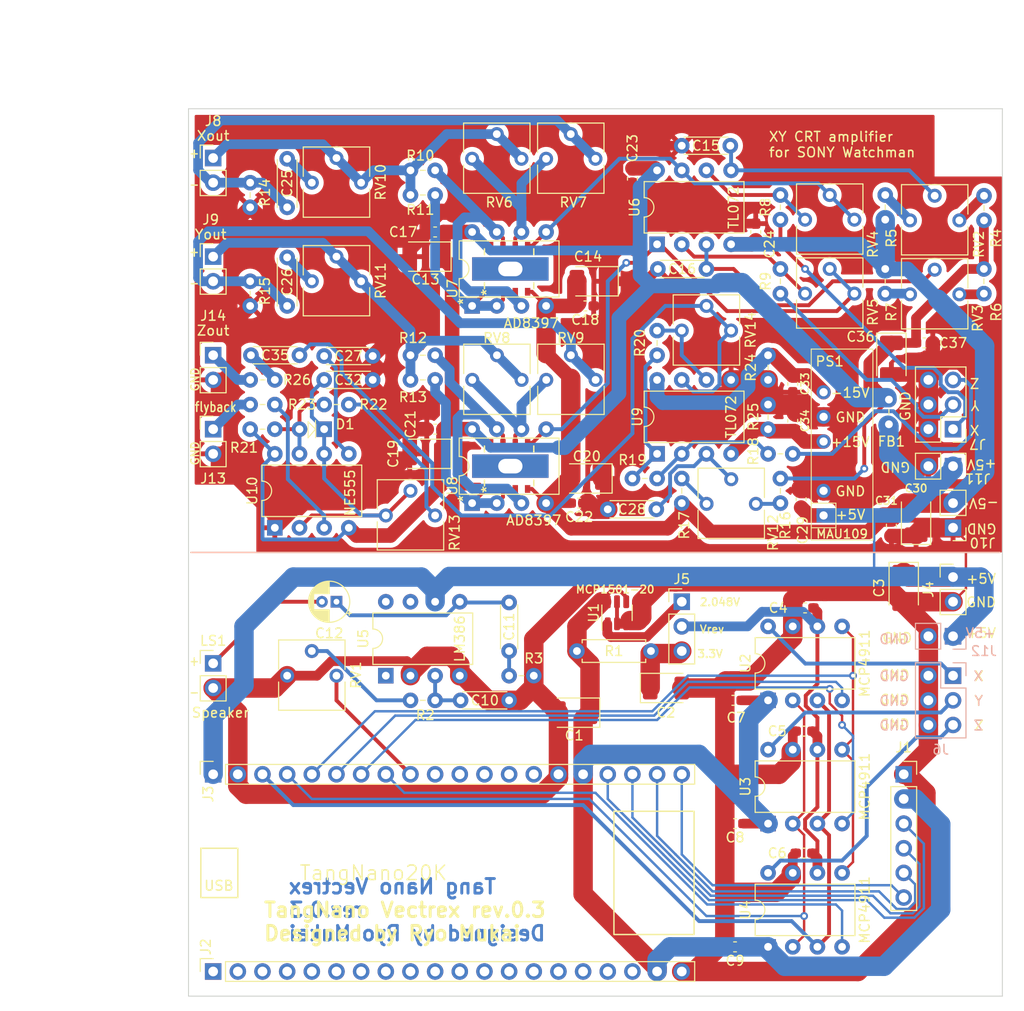
<source format=kicad_pcb>
(kicad_pcb (version 20221018) (generator pcbnew)
  (layers (0 "F.Cu" signal) (31 "B.Cu" signal) (34 "B.Paste" user) (35 "F.Paste" user) (36 "B.SilkS" user "B.Silkscreen") (37 "F.SilkS" user "F.Silkscreen") (38 "B.Mask" user) (39 "F.Mask" user) (44 "Edge.Cuts" user))
  (net 0 "")
  (net 1 "+5V")
  (net 2 "GND")
  (net 3 "Net-(J5-Pin_3)")
  (net 4 "Vref")
  (net 5 "Net-(U5-+)")
  (net 6 "+3.3V")
  (net 7 "+5VA")
  (net 8 "-5VA")
  (net 9 "Net-(C11-Pad1)")
  (net 10 "Net-(C11-Pad2)")
  (net 11 "Net-(J8-Pin_2)")
  (net 12 "Net-(C12-Pad2)")
  (net 13 "Net-(J9-Pin_2)")
  (net 14 "Net-(U8A-+)")
  (net 15 "Net-(D1-K)")
  (net 16 "+15V")
  (net 17 "-15V")
  (net 18 "Net-(D1-A)")
  (net 19 "joystick_cs2")
  (net 20 "joystick_miso2")
  (net 21 "joystick_mosi2")
  (net 22 "joystick_clk2")
  (net 23 "Net-(U10-CV)")
  (net 24 "Net-(U9A-+)")
  (net 41 "dac_clk")
  (net 42 "dac_cs_n")
  (net 43 "dac_ld_n")
  (net 44 "dac_sd0")
  (net 45 "dac_sd1")
  (net 46 "dac_sd2")
  (net 47 "audio_pwm")
  (net 53 "beam_x")
  (net 54 "beam_y")
  (net 55 "beam_z")
  (net 57 "Net-(J8-Pin_1)")
  (net 59 "Net-(J13-Pin_1)")
  (net 60 "Net-(J5-Pin_1)")
  (net 61 "Net-(R4-Pad2)")
  (net 62 "Net-(R5-Pad2)")
  (net 63 "Net-(R6-Pad2)")
  (net 64 "Net-(R7-Pad2)")
  (net 65 "Net-(J9-Pin_1)")
  (net 66 "Net-(J14-Pin_1)")
  (net 67 "Net-(U7A-+)")
  (net 68 "Net-(U7A--)")
  (net 69 "Net-(U6A-+)")
  (net 70 "Net-(U6A--)")
  (net 71 "Net-(R16-Pad2)")
  (net 72 "Net-(R17-Pad2)")
  (net 73 "Net-(U8A--)")
  (net 74 "Net-(R19-Pad2)")
  (net 75 "Net-(U8B--)")
  (net 76 "Net-(R22-Pad1)")
  (net 77 "Net-(R2-Pad1)")
  (net 78 "Net-(U7B-+)")
  (net 79 "Net-(U6B-+)")
  (net 80 "Net-(U7B--)")
  (net 81 "Net-(U6B--)")
  (net 82 "Net-(U9A--)")
  (net 83 "Net-(U9B--)")
  (net 84 "Net-(U10-Q)")
  (net 85 "Net-(U8B-+)")
  (net 87 "Net-(C25-Pad1)")
  (net 88 "Net-(C26-Pad1)")
  (net 89 "Net-(C35-Pad1)")
  (net 90 "Net-(C35-Pad2)")
  (net 93 "beam_x0")
  (net 94 "beam_y0")
  (net 95 "beam_z0")
  (footprint "000_MyFootprint:Potentiometer_TOCOS_GF063" (layer "F.Cu") (at 20.32 41.91 -90)
    (fp_text reference "RV13")
    (fp_text value "5k")
  )
  (footprint "000_MyFootprint:CP_EIA-3528-15_AVX-H_Pad1.50x2.35mm_HandSolder" (layer "F.Cu") (at 49.175 59.69)
    (fp_text reference "C2")
    (fp_text value "22u")
  )
  (footprint "000_MyFootprint:C_Disc_D4.7mm_W2.5mm_P5.00mm" (layer "F.Cu") (at 10.16 15.32 -90)
    (fp_text reference "C26")
    (fp_text value "1u")
  )
  (footprint "000_MyFootprint:PinHeader_1x02_P2.54mm_Vertical" (layer "F.Cu") (at 78.74 48.26)
    (fp_text reference "J4")
    (fp_text value "5V")
  )
  (footprint "000_MyFootprint:C_0603_1608Metric_Pad1.08x0.95mm_HandSolder" (layer "F.Cu") (at 56.2875 86.36 180)
    (fp_text reference "C9")
    (fp_text value "0.1u")
  )
  (footprint "000_MyFootprint:CP_EIA-3528-15_AVX-H_Pad1.50x2.35mm_HandSolder" (layer "F.Cu") (at 40.995 38.1 180)
    (fp_text reference "C20")
    (fp_text value "22u")
  )
  (footprint "000_MyFootprint:R_Axial_DIN0207_L6.3mm_D2.5mm_P2.54mm_Vertical" (layer "F.Cu") (at 59.69 33.02 90)
    (fp_text reference "R25")
    (fp_text value "2.2k")
  )
  (footprint "000_MyFootprint:R_Axial_DIN0207_L6.3mm_D2.5mm_P2.54mm_Vertical" (layer "F.Cu") (at 62.23 35.56 180)
    (fp_text reference "R18")
    (fp_text value "1k")
  )
  (footprint "000_MyFootprint:C_0603_1608Metric_Pad1.08x0.95mm_HandSolder" (layer "F.Cu") (at 62.23 32.1575 -90)
    (fp_text reference "C34")
    (fp_text value "1u")
  )
  (footprint "000_MyFootprint:C_0603_1608Metric_Pad1.08x0.95mm_HandSolder" (layer "F.Cu") (at 56.2875 73.66 180)
    (fp_text reference "C8")
    (fp_text value "0.1u")
  )
  (footprint "000_MyFootprint:PinHeader_1x02_P2.54mm_Vertical" (layer "F.Cu") (at 78.74 36.83 -90)
    (fp_text reference "J11")
    (fp_text value "5V")
  )
  (footprint "000_MyFootprint:DIP-8_W7.62mm" (layer "F.Cu") (at 48.26 13.97 90)
    (fp_text reference "U6")
    (fp_text value "TL072")
  )
  (footprint "000_MyFootprint:R_Axial_DIN0207_L6.3mm_D2.5mm_P2.54mm_Vertical" (layer "F.Cu") (at 81.93 11.505 90)
    (fp_text reference "R4")
    (fp_text value "330k")
  )
  (footprint "000_MyFootprint:CP_EIA-3528-15_AVX-H_Pad1.50x2.35mm_HandSolder" (layer "F.Cu") (at 73.66 49.377 -90)
    (fp_text reference "C3")
    (fp_text value "22u")
  )
  (footprint "000_MyFootprint:SIP-6_without_3pin_for_DCDC_MAU" (layer "F.Cu") (at 65.405 41.91 90)
    (fp_text reference "PS1")
    (fp_text value "MAU109")
  )
  (footprint "000_MyFootprint:Potentiometer_TOCOS_GF063" (layer "F.Cu") (at 36.83 5.155 -90)
    (fp_text reference "RV7")
    (fp_text value "100k")
  )
  (footprint "000_MyFootprint:R_Axial_DIN0207_L6.3mm_D2.5mm_P2.54mm_Vertical" (layer "F.Cu") (at 8.89 30.48 180)
    (fp_text reference "R23")
    (fp_text value "1k")
  )
  (footprint "000_MyFootprint:PinHeader_2x03_P2.54mm_Vertical" (layer "F.Cu") (at 78.74 33.02 180)
    (fp_text reference "J7")
    (fp_text value "Conn_02x03_Odd_Even")
  )
  (footprint "000_MyFootprint:C_0603_1608Metric_Pad1.08x0.95mm_HandSolder" (layer "F.Cu") (at 63.0925 40.2325 90)
    (fp_text reference "C29")
    (fp_text value "2.2u")
  )
  (footprint "000_MyFootprint:Potentiometer_TOCOS_GF063" (layer "F.Cu") (at 53.355 40.715 -90)
    (fp_text reference "RV12")
    (fp_text value "100k")
  )
  (footprint "000_MyFootprint:PinSocket_1x20_P2.54mm_Vertical" (layer "F.Cu") (at 2.54 88.9 90)
    (fp_text reference "J2")
    (fp_text value "TangNano20K")
  )
  (footprint "000_MyFootprint:C_Disc_D4.3mm_W1.9mm_P5.00mm" (layer "F.Cu") (at 13.97 25.48)
    (fp_text reference "C27")
    (fp_text value "0.01u")
  )
  (footprint "000_MyFootprint:R_Axial_DIN0207_L6.3mm_D2.5mm_P2.54mm_Vertical" (layer "F.Cu") (at 59.69 27.94 90)
    (fp_text reference "R24")
    (fp_text value "2.2k")
  )
  (footprint "000_MyFootprint:CP_EIA-3528-15_AVX-H_Pad1.50x2.35mm_HandSolder" (layer "F.Cu") (at 41.63 17.78 180)
    (fp_text reference "C14")
    (fp_text value "22u")
  )
  (footprint "000_MyFootprint:DIP-8_W7.62mm_with_SOP8_with_heatpadhole" (layer "F.Cu") (at 29.21 40.64 90)
    (fp_text reference "U8")
    (fp_text value "AD8397")
  )
  (footprint "000_MyFootprint:C_Disc_D4.3mm_W1.9mm_P5.00mm" (layer "F.Cu") (at 53.34 16.51 180)
    (fp_text reference "C16")
    (fp_text value "0.1u")
  )
  (footprint "000_MyFootprint:PinSocket_1x06_P2.54mm_Vertical" (layer "F.Cu") (at 73.66 68.58)
    (fp_text reference "J1")
    (fp_text value "Joystick")
  )
  (footprint "000_MyFootprint:R_Axial_DIN0207_L6.3mm_D2.5mm_P2.54mm_Vertical" (layer "F.Cu") (at 25.4 25.4 180)
    (fp_text reference "R12")
    (fp_text value "4.7")
  )
  (footprint "000_MyFootprint:CP_EIA-3528-15_AVX-H_Pad1.50x2.35mm_HandSolder" (layer "F.Cu") (at 39.725 62.23 180)
    (fp_text reference "C1")
    (fp_text value "22u")
  )
  (footprint "000_MyFootprint:R_Axial_DIN0207_L6.3mm_D2.5mm_P2.54mm_Vertical" (layer "F.Cu") (at 8.89 27.94 180)
    (fp_text reference "R26")
    (fp_text value "1k")
  )
  (footprint "000_MyFootprint:C_0603_1608Metric_Pad1.08x0.95mm_HandSolder" (layer "F.Cu") (at 25.4 33.02 180)
    (fp_text reference "C21")
    (fp_text value "0.1u")
  )
  (footprint "000_MyFootprint:R_Axial_DIN0207_L6.3mm_D2.5mm_P2.54mm_Vertical" (layer "F.Cu") (at 60.96 19.05 90)
    (fp_text reference "R9")
    (fp_text value "3.3k")
  )
  (footprint "000_MyFootprint:C_0603_1608Metric_Pad1.08x0.95mm_HandSolder" (layer "F.Cu") (at 58.42 12.7 -90)
    (fp_text reference "C24")
    (fp_text value "0.1u")
  )
  (footprint "000_MyFootprint:MountingHole_3mm" (layer "F.Cu") (at 80.518 3.556)
    (fp_text reference "H2")
    (fp_text value "MountingHole")
  )
  (footprint "000_MyFootprint:R_Axial_DIN0207_L6.3mm_D2.5mm_P2.54mm_Vertical" (layer "F.Cu") (at 71.755 16.51 -90)
    (fp_text reference "R7")
    (fp_text value "330k")
  )
  (footprint "000_MyFootprint:Potentiometer_TOCOS_GF063" (layer "F.Cu") (at 36.845 27.94 -90)
    (fp_text reference "RV9")
    (fp_text value "1k")
  )
  (footprint "000_MyFootprint:C_0603_1608Metric_Pad1.08x0.95mm_HandSolder" (layer "F.Cu") (at 72.39 42.9525 90)
    (fp_text reference "C31")
    (fp_text value "0.1u")
  )
  (footprint "000_MyFootprint:Potentiometer_TOCOS_GF063" (layer "F.Cu") (at 29.21 5.155 -90)
    (fp_text reference "RV6")
    (fp_text value "1M")
  )
  (footprint "000_MyFootprint:PinHeader_1x03_P2.54mm_Vertical" (layer "F.Cu") (at 50.8 50.8)
    (fp_text reference "J5")
    (fp_text value "Vref")
  )
  (footprint "000_MyFootprint:CP_EIA-3528-15_AVX-H_Pad1.50x2.35mm_HandSolder" (layer "F.Cu") (at 72.39 25.755 -90)
    (fp_text reference "C36")
    (fp_text value "22u")
  )
  (footprint "000_MyFootprint:PinHeader_1x02_P2.54mm_Vertical" (layer "F.Cu") (at 2.54 5.08)
    (fp_text reference "J8")
    (fp_text value "Xout")
  )
  (footprint "000_MyFootprint:R_Axial_DIN0207_L6.3mm_D2.5mm_P2.54mm_Vertical" (layer "F.Cu") (at 72.136 32.512 90)
    (fp_text reference "FB1")
    (fp_text value "FerriteBead")
  )
  (footprint "000_MyFootprint:R_Axial_DIN0207_L6.3mm_D2.5mm_P2.54mm_Vertical" (layer "F.Cu") (at 6.35 20.32 90)
    (fp_text reference "R15")
    (fp_text value "4.7")
  )
  (footprint "000_MyFootprint:MountingHole_3mm" (layer "F.Cu") (at 80.518 88.138)
    (fp_text reference "H4")
    (fp_text value "MountingHole")
  )
  (footprint "000_MyFootprint:PinHeader_1x02_P2.54mm_Vertical" (layer "F.Cu") (at 2.54 33.02)
    (fp_text reference "J13")
    (fp_text value "flyback")
  )
  (footprint "000_MyFootprint:DIP-8_W7.62mm_with_SOP8_with_heatpadhole" (layer "F.Cu") (at 29.21 20.32 90)
    (fp_text reference "U7")
    (fp_text value "AD8397")
  )
  (footprint "000_MyFootprint:C_0603_1608Metric_Pad1.08x0.95mm_HandSolder" (layer "F.Cu") (at 56.1075 60.96 180)
    (fp_text reference "C7")
    (fp_text value "0.1u")
  )
  (footprint "000_MyFootprint:DIP-8_W7.62mm" (layer "F.Cu") (at 59.69 86.36 90)
    (fp_text reference "U4")
    (fp_text value "MCP4911")
  )
  (footprint "000_MyFootprint:C_0603_1608Metric_Pad1.08x0.95mm_HandSolder" (layer "F.Cu") (at 63.5 51.435 180)
    (fp_text reference "C4")
    (fp_text value "0.1u")
  )
  (footprint "000_MyFootprint:DIP-8_W7.62mm" (layer "F.Cu") (at 59.69 73.66 90)
    (fp_text reference "U3")
    (fp_text value "MCP4911")
  )
  (footprint "000_MyFootprint:R_Axial_DIN0207_L6.3mm_D2.5mm_P2.54mm_Vertical" (layer "F.Cu") (at 71.755 11.43 90)
    (fp_text reference "R5")
    (fp_text value "330k")
  )
  (footprint "000_MyFootprint:R_Axial_DIN0207_L6.3mm_D2.5mm_P7.62mm_Horizontal" (layer "F.Cu") (at 47.625 55.88 180)
    (fp_text reference "R1")
    (fp_text value "1k")
  )
  (footprint "000_MyFootprint:R_Axial_DIN0207_L6.3mm_D2.5mm_P2.54mm_Vertical" (layer "F.Cu") (at 8.89 33.02 180)
    (fp_text reference "R21")
    (fp_text value "3.3k")
  )
  (footprint "000_MyFootprint:MountingHole_3mm" (layer "F.Cu") (at 3.302 49.276)
    (fp_text reference "H3")
    (fp_text value "MountingHole")
  )
  (footprint "000_MyFootprint:R_Axial_DIN0207_L6.3mm_D2.5mm_P2.54mm_Vertical" (layer "F.Cu") (at 25.4 27.94 180)
    (fp_text reference "R13")
    (fp_text value "4.7")
  )
  (footprint "000_MyFootprint:Potentiometer_TOCOS_GF063" (layer "F.Cu") (at 50.8 22.86 -90)
    (fp_text reference "RV14")
    (fp_text value "10k")
  )
  (footprint "000_MyFootprint:R_Axial_DIN0207_L6.3mm_D2.5mm_P2.54mm_Vertical" (layer "F.Cu") (at 60.96 38.1 -90)
    (fp_text reference "R16")
    (fp_text value "330k")
  )
  (footprint "000_MyFootprint:PinSocket_1x20_P2.54mm_Vertical" (layer "F.Cu") (at 2.54 68.58 90)
    (fp_text reference "J3")
    (fp_text value "TangNano20K")
  )
  (footprint "000_MyFootprint:R_Axial_DIN0207_L6.3mm_D2.5mm_P2.54mm_Vertical" (layer "F.Cu") (at 35.56 58.42 180)
    (fp_text reference "R3")
    (fp_text value "10")
  )
  (footprint "000_MyFootprint:Potentiometer_TOCOS_GF063" (layer "F.Cu") (at 12.7 7.62 -90)
    (fp_text reference "RV10")
    (fp_text value "3k")
  )
  (footprint "000_MyFootprint:C_Disc_D4.3mm_W1.9mm_P5.00mm" (layer "F.Cu") (at 55.8 3.81 180)
    (fp_text reference "C15")
    (fp_text value "0.1u")
  )
  (footprint "000_MyFootprint:C_0603_1608Metric_Pad1.08x0.95mm_HandSolder" (layer "F.Cu") (at 25.4 12.7 180)
    (fp_text reference "C17")
    (fp_text value "0.1u")
  )
  (footprint "000_MyFootprint:C_0603_1608Metric_Pad1.08x0.95mm_HandSolder" (layer "F.Cu") (at 75.7925 24.13)
    (fp_text reference "C37")
    (fp_text value "0.1u")
  )
  (footprint "000_MyFootprint:R_Axial_DIN0207_L6.3mm_D2.5mm_P2.54mm_Vertical" (layer "F.Cu") (at 48.26 38.1 180)
    (fp_text reference "R19")
    (fp_text value "10k")
  )
  (footprint "000_MyFootprint:R_Axial_DIN0207_L6.3mm_D2.5mm_P2.54mm_Vertical" (layer "F.Cu") (at 81.915 16.51 -90)
    (fp_text reference "R6")
    (fp_text value "330k")
  )
  (footprint "000_MyFootprint:DIP-8_W7.62mm" (layer "F.Cu") (at 8.89 43.18 90)
    (fp_text reference "U10")
    (fp_text value "NE555")
  )
  (footprint "000_MyFootprint:R_Axial_DIN0207_L6.3mm_D2.5mm_P2.54mm_Vertical" (layer "F.Cu") (at 25.4 8.89 180)
    (fp_text reference "R11")
    (fp_text value "4.7")
  )
  (footprint "000_MyFootprint:R_Axial_DIN0207_L6.3mm_D2.5mm_P2.54mm_Vertical" (layer "F.Cu") (at 22.86 60.96)
    (fp_text reference "R2")
    (fp_text value "10k")
  )
  (footprint "000_MyFootprint:PinHeader_1x02_P2.54mm_Vertical" (layer "F.Cu") (at 2.54 57.15)
    (fp_text reference "LS1")
    (fp_text value "Speaker")
  )
  (footprint "000_MyFootprint:PinHeader_1x02_P2.54mm_Vertical" (layer "F.Cu") (at 2.54 15.24)
    (fp_text reference "J9")
    (fp_text value "Yout")
  )
  (footprint "000_MyFootprint:Potentiometer_TOCOS_GF063" (layer "F.Cu") (at 63.5 19.05 -90)
    (fp_text reference "RV5")
    (fp_text value "10k")
  )
  (footprint "000_MyFootprint:DIP-8_W7.62mm" (layer "F.Cu") (at 20.32 58.42 90)
    (fp_text reference "U5")
    (fp_text value "LM386")
  )
  (footprint "000_MyFootprint:C_0603_1608Metric_Pad1.08x0.95mm_HandSolder" (layer "F.Cu") (at 63.3995 76.708 180)
    (fp_text reference "C6")
    (fp_text value "0.1u")
  )
  (footprint "000_MyFootprint:Potentiometer_TOCOS_GF063" (layer "F.Cu") (at 63.5 11.43 -90)
    (fp_text reference "RV4")
    (fp_text value "10k")
  )
  (footprint "000_MyFootprint:DIP-8_W7.62mm" (layer "F.Cu") (at 59.69 60.96 90)
    (fp_text reference "U2")
    (fp_text value "MCP4911")
  )
  (footprint "000_MyFootprint:Potentiometer_TOCOS_GF063" (layer "F.Cu") (at 12.7 17.78 -90)
    (fp_text reference "RV11")
    (fp_text value "3k")
  )
  (footprint "000_MyFootprint:C_0603_1608Metric_Pad1.08x0.95mm_HandSolder" (layer "F.Cu") (at 63.3995 64.135 180)
    (fp_text reference "C5")
    (fp_text value "0.1u")
  )
  (footprint "000_MyFootprint:R_Axial_DIN0207_L6.3mm_D2.5mm_P2.54mm_Vertical" (layer "F.Cu") (at 16.51 30.48 180)
    (fp_text reference "R22")
    (fp_text value "10k")
  )
  (footprint "000_MyFootprint:CP_EIA-3528-15_AVX-H_Pad1.50x2.35mm_HandSolder" (layer "F.Cu") (at 74.93 42.265 90)
    (fp_text reference "C30")
    (fp_text value "22u")
  )
  (footprint "000_MyFootprint:PinHeader_1x02_P2.54mm_Vertical" (layer "F.Cu") (at 78.74 43.18 180)
    (fp_text reference "J10")
    (fp_text value "-5V")
  )
  (footprint "000_MyFootprint:C_0603_1608Metric_Pad1.08x0.95mm_HandSolder" (layer "F.Cu") (at 40.2325 40.64 180)
    (fp_text reference "C22")
    (fp_text value "0.1u")
  )
  (footprint "000_MyFootprint:MountingHole_3mm" (layer "F.Cu") (at 3.302 42.418)
    (fp_text reference "H1")
    (fp_text value "MountingHole")
  )
  (footprint "000_MyFootprint:R_Axial_DIN0207_L6.3mm_D2.5mm_P2.54mm_Vertical" (layer "F.Cu") (at 48.26 25.4 90)
    (fp_text reference "R20")
    (fp_text value "1k")
  )
  (footprint "000_MyFootprint:C_0603_1608Metric_Pad1.08x0.95mm_HandSolder" (layer "F.Cu") (at 45.72 7.2125 -90)
    (fp_text reference "C23")
    (fp_text value "0.1u")
  )
  (footprint "000_MyFootprint:C_Disc_D4.3mm_W1.9mm_P5.00mm" (layer "F.Cu") (at 13.97 27.94)
    (fp_text reference "C32")
    (fp_text value "4700p")
  )
  (footprint "000_MyFootprint:R_Axial_DIN0207_L6.3mm_D2.5mm_P2.54mm_Vertical" (layer "F.Cu") (at 60.96 11.43 90)
    (fp_text reference "R8")
    (fp_text value "1k")
  )
  (footprint "000_MyFootprint:Potentiometer_TOCOS_GF063" (layer "F.Cu") (at 29.225 27.94 -90)
    (fp_text reference "RV8")
    (fp_text value "1M")
  )
  (footprint "000_MyFootprint:C_Disc_D4.3mm_W1.9mm_P5.00mm" (layer "F.Cu") (at 28.02 60.96)
    (fp_text reference "C10")
    (fp_text value "0.01u")
  )
  (footprint "000_MyFootprint:Potentiometer_TOCOS_GF063" (layer "F.Cu") (at 74.31 11.505 -90)
    (fp_text reference "RV2")
    (fp_text value "100k")
  )
  (footprint "000_MyFootprint:R_Axial_DIN0207_L6.3mm_D2.5mm_P2.54mm_Vertical" (layer "F.Cu") (at 50.8 40.64 90)
    (fp_text reference "R17")
    (fp_text value "330k")
  )
  (footprint "000_MyFootprint:C_Disc_D4.3mm_W1.9mm_P5.00mm" (layer "F.Cu") (at 33.02 50.88 -90)
    (fp_text reference "C11")
    (fp_text value "0.047uF")
  )
  (footprint "000_MyFootprint:CP_Radial_D4.0mm_P1.50mm" (layer "F.Cu") (at 15.24 50.8 180)
    (fp_text reference "C12")
    (fp_text value "220u")
  )
  (footprint "000_MyFootprint:C_Disc_D4.7mm_W2.5mm_P5.00mm" (layer "F.Cu") (at 10.16 5.16 -90)
    (fp_text reference "C25")
    (fp_text value "1u")
  )
  (footprint "000_MyFootprint:DIP-8_W7.62mm" (layer "F.Cu") (at 48.26 35.56 90)
    (fp_text reference "U9")
    (fp_text value "TL072")
  )
  (footprint "Package_TO_SOT_SMD:SOT-23-6" (layer "F.Cu") (at 44.13 51.9375 90)
    (fp_text reference "U1")
    (fp_text value "MCP1501-20")
  )
  (footprint "000_MyFootprint:R_Axial_DIN0207_L6.3mm_D2.5mm_P2.54mm_Vertical" (layer "F.Cu") (at 6.35 10.16 90)
    (fp_text reference "R14")
    (fp_text value "4.7")
  )
  (footprint "000_MyFootprint:CP_EIA-3528-15_AVX-H_Pad1.50x2.35mm_HandSolder" (layer "F.Cu") (at 24.41 35.56 180)
    (fp_text reference "C19")
    (fp_text value "22u")
  )
  (footprint "000_MyFootprint:R_Axial_DIN0207_L6.3mm_D2.5mm_P2.54mm_Vertical" (layer "F.Cu") (at 25.4 6.35 180)
    (fp_text reference "R10")
    (fp_text value "4.7")
  )
  (footprint "000_MyFootprint:Potentiometer_TOCOS_GF063" (layer "F.Cu") (at 74.31 19.125 -90)
    (fp_text reference "RV3")
    (fp_text value "100k")
  )
  (footprint "000_MyFootprint:PinHeader_1x02_P2.54mm_Vertical" (layer "F.Cu") (at 2.54 25.4)
    (fp_text reference "J14")
    (fp_text value "Zout")
  )
  (footprint "000_MyFootprint:C_Disc_D4.3mm_W1.9mm_P5.00mm" (layer "F.Cu") (at 48.18 41.275 180)
    (fp_text reference "C28")
    (fp_text value "0.1u")
  )
  (footprint "000_MyFootprint:C_0603_1608Metric_Pad1.08x0.95mm_HandSolder" (layer "F.Cu") (at 40.8675 20.32 180)
    (fp_text reference "C18")
    (fp_text value "0.1u")
  )
  (footprint "000_MyFootprint:D_DO-35_SOD27_P2.54mm_Vertical_AnodeUp" (layer "F.Cu") (at 13.97 33.02 180)
    (fp_text reference "D1")
    (fp_text value "1N4148")
  )
  (footprint "000_MyFootprint:C_0603_1608Metric_Pad1.08x0.95mm_HandSolder" (layer "F.Cu") (at 62.23 28.3475 -90)
    (fp_text reference "C33")
    (fp_text value "1u")
  )
  (footprint "000_MyFootprint:Potentiometer_TOCOS_GF063" (layer "F.Cu") (at 10.16 58.42 -90)
    (fp_text reference "RV1")
    (fp_text value "10k")
  )
  (footprint "000_MyFootprint:C_Disc_D4.3mm_W1.9mm_P5.00mm" (layer "F.Cu") (at 11.43 25.4 180)
    (fp_text reference "C35")
    (fp_text value "0.068u")
  )
  (footprint "000_MyFootprint:CP_EIA-3528-15_AVX-H_Pad1.50x2.35mm_HandSolder" (layer "F.Cu") (at 24.41 15.24 180)
    (fp_text reference "C13")
    (fp_text value "22u")
  )
  (footprint "000_MyFootprint:PinHeader_1x02_P2.54mm_Vertical" (layer "B.Cu") (at 78.74 54.356 90)
    (fp_text reference "J12")
    (fp_text value "5V")
  )
  (footprint "000_MyFootprint:PinHeader_2x03_P2.54mm_Vertical" (layer "B.Cu") (at 78.74 58.42 180)
    (fp_text reference "J6")
    (fp_text value "Conn_02x03_Odd_Even")
  )
  (gr_line (start 83.566 45.72) (end 0.254 45.72) (stroke (width 0.15)) (layer "B.SilkS"))
  (gr_rect (start 1.27 76.2) (end 5.08 81.28) (stroke (width 0.15)) (fill none) (layer "F.SilkS"))
  (gr_rect (start 43.815 72.39) (end 52.07 85.09) (stroke (width 0.15)) (fill none) (layer "F.SilkS"))
  (gr_line (start 83.566 45.72) (end 0.254 45.72) (stroke (width 0.15)) (layer "F.SilkS"))
  (gr_line (start 0 0) (end 83.82 0) (stroke (width 0.1)) (layer "Edge.Cuts"))
  (gr_line (start 83.82 0) (end 83.82 91.44) (stroke (width 0.1)) (layer "Edge.Cuts"))
  (gr_line (start 0 91.44) (end 0 0) (stroke (width 0.1)) (layer "Edge.Cuts"))
  (gr_line (start 83.82 91.44) (end 0 91.44) (stroke (width 0.1)) (layer "Edge.Cuts"))
  (gr_text "Tang Nano Vectrex\nrev.0.3\nDesigned by Ryo Mukai" (at 10.16 85.852) (layer "B.Cu") (effects (font (size 1.5 1.5) (thickness 0.3)) (justify right bottom mirror)))
  (gr_text "GND" (at 74.295 61.595) (layer "B.SilkS") (effects (font (size 1 1)) (justify left bottom mirror)))
  (gr_text "GND" (at 74.295 59.055) (layer "B.SilkS") (effects (font (size 1 1)) (justify left bottom mirror)))
  (gr_text "X" (at 81.915 59.055) (layer "B.SilkS") (effects (font (size 1 1)) (justify left bottom mirror)))
  (gr_text "Z" (at 81.915 64.135) (layer "B.SilkS") (effects (font (size 1 1)) (justify left bottom mirror)))
  (gr_text "GND" (at 74.295 55.245) (layer "B.SilkS") (effects (font (size 1 1)) (justify left bottom mirror)))
  (gr_text "GND" (at 74.295 64.135) (layer "B.SilkS") (effects (font (size 1 1)) (justify left bottom mirror)))
  (gr_text "+5V" (at 83.185 54.61) (layer "B.SilkS") (effects (font (size 1 1)) (justify left bottom mirror)))
  (gr_text "Y" (at 81.915 61.595) (layer "B.SilkS") (effects (font (size 1 1)) (justify left bottom mirror)))
  (gr_text "GND" (at 83.312 42.672 180) (layer "F.SilkS") (effects (font (size 1 1)) (justify left bottom)))
  (gr_text "GND" (at 1.143 29.21 90) (layer "F.SilkS") (effects (font (size 0.8 0.8)) (justify left bottom)))
  (gr_text "2.048V" (at 52.578 51.308) (layer "F.SilkS") (effects (font (size 0.8 0.8)) (justify left bottom)))
  (gr_text "XY CRT amplifier\nfor SONY Watchman" (at 59.69 5.08) (layer "F.SilkS") (effects (font (size 1 1)) (justify left bottom)))
  (gr_text "+5V" (at 83.312 36.068 180) (layer "F.SilkS") (effects (font (size 1 1)) (justify left bottom)))
  (gr_text "Vrev" (at 52.578 54.102) (layer "F.SilkS") (effects (font (size 0.8 0.8)) (justify left bottom)))
  (gr_text "GND" (at 71.12 64.008) (layer "F.SilkS") (effects (font (size 1 1)) (justify left bottom)))
  (gr_text "Y" (at 80.839618 61.595) (layer "F.SilkS") (effects (font (size 1 1)) (justify left bottom)))
  (gr_text "GND" (at 66.548 40.005) (layer "F.SilkS") (effects (font (size 1 1)) (justify left bottom)))
  (gr_text "GND" (at 80.01 51.435) (layer "F.SilkS") (effects (font (size 1 1)) (justify left bottom)))
  (gr_text "X" (at 80.839618 59.055) (layer "F.SilkS") (effects (font (size 1 1)) (justify left bottom)))
  (gr_text "GND" (at 71.12 58.928) (layer "F.SilkS") (effects (font (size 1 1)) (justify left bottom)))
  (gr_text "GND" (at 66.548 32.385) (layer "F.SilkS") (effects (font (size 1 1)) (justify left bottom)))
  (gr_text "GND" (at 71.12 61.468) (layer "F.SilkS") (effects (font (size 1 1)) (justify left bottom)))
  (gr_text "GND" (at 74.422 36.322 180) (layer "F.SilkS") (effects (font (size 1 1)) (justify left bottom)))
  (gr_text "GND" (at 74.422 32.258 90) (layer "F.SilkS") (effects (font (size 1 1)) (justify left bottom)))
  (gr_text "Z" (at 80.839618 64.135) (layer "F.SilkS") (effects (font (size 1 1)) (justify left bottom)))
  (gr_text "+5V" (at 66.548 42.418) (layer "F.SilkS") (effects (font (size 1 1)) (justify left bottom)))
  (gr_text "+\n\n-" (at 0 8.382) (layer "F.SilkS") (effects (font (size 1 0.8)) (justify left bottom)))
  (gr_text "X" (at 81.534 32.512 180) (layer "F.SilkS") (effects (font (size 1 1)) (justify left bottom)))
  (gr_text "3.3V" (at 52.324 56.642) (layer "F.SilkS") (effects (font (size 0.8 0.8)) (justify left bottom)))
  (gr_text "+\n\n-" (at 0 18.542) (layer "F.SilkS") (effects (font (size 1 0.8)) (justify left bottom)))
  (gr_text "GND" (at 1.143 36.83 90) (layer "F.SilkS") (effects (font (size 0.8 0.8)) (justify left bottom)))
  (gr_text "TangNano Vectrex rev.0.3\nDesigned by Ryo Mukai" (at 7.62 85.852) (layer "F.SilkS") (effects (font (size 1.5 1.5) (thickness 0.3) bold) (justify left bottom)))
  (gr_text "-15V" (at 66.04 29.845) (layer "F.SilkS") (effects (font (size 1 1)) (justify left bottom)))
  (gr_text "+\n\n-" (at 0 60.706) (layer "F.SilkS") (effects (font (size 1 0.8)) (justify left bottom)))
  (gr_text "GND" (at 71.374 55.118) (layer "F.SilkS") (effects (font (size 1 1)) (justify left bottom)))
  (gr_text "+5V" (at 80.01 54.61) (layer "F.SilkS") (effects (font (size 1 1)) (justify left bottom)))
  (gr_text "Y" (at 81.534 29.972 180) (layer "F.SilkS") (effects (font (size 1 1)) (justify left bottom)))
  (gr_text "Z" (at 81.534 27.686 180) (layer "F.SilkS") (effects (font (size 1 1)) (justify left bottom)))
  (gr_text "+5V" (at 80.01 49.022) (layer "F.SilkS") (effects (font (size 1 1)) (justify left bottom)))
  (gr_text "USB" (at 1.524 80.645) (layer "F.SilkS") (effects (font (size 1 1)) (justify left bottom)))
  (gr_text "+15V" (at 66.04 34.925) (layer "F.SilkS") (effects (font (size 1 1)) (justify left bottom)))
  (segment (start 65.405 41.91) (end 63.9075 41.91) (width 1.5) (layer "F.Cu") (net 1))
  (segment (start 63.9075 41.91) (end 63.0925 41.095) (width 1.5) (layer "F.Cu") (net 1))
  (segment (start 78.74 48.26) (end 74.168 48.26) (width 2) (layer "F.Cu") (net 1))
  (segment (start 74.168 48.26) (end 73.66 47.752) (width 2) (layer "F.Cu") (net 1))
  (segment (start 81.915 51.181) (end 78.74 54.356) (width 2) (layer "B.Cu") (net 1))
  (segment (start 78.74 37.189138) (end 78.74 36.83) (width 2) (layer "B.Cu") (net 1))
  (segment (start 81.59 48.26) (end 81.915 48.585) (width 2) (layer "B.Cu") (net 1))
  (segment (start 25.4 49.66863) (end 25.4 50.8) (width 2) (layer "B.Cu") (net 1))
  (segment (start 72.136 35.665138) (end 72.136 32.703665) (width 2) (layer "B.Cu") (net 1))
  (segment (start 78.68 48.2) (end 70.612 48.2) (width 2) (layer "B.Cu") (net 1))
  (segment (start 26.86863 48.2) (end 25.4 49.66863) (width 2) (layer "B.Cu") (net 1))
  (segment (start 72.136 35.665138) (end 75.350862 38.88) (width 2) (layer "B.Cu") (net 1))
  (segment (start 74.019138 41.91) (end 70.612 41.91) (width 1.5) (layer "B.Cu") (net 1))
  (segment (start 81.915 48.585) (end 81.915 51.181) (width 2) (layer "B.Cu") (net 1))
  (segment (start 23.99137 48.26) (end 10.795 48.26) (width 2) (layer "B.Cu") (net 1))
  (segment (start 78.74 48.26) (end 81.59 48.26) (width 2) (layer "B.Cu") (net 1))
  (segment (start 10.795 48.26) (end 5.715 53.34) (width 2) (layer "B.Cu") (net 1))
  (segment (start 5.715 53.34) (end 5.715 59.414138) (width 2) (layer "B.Cu") (net 1))
  (segment (start 72.136 32.703665) (end 72.040167 32.607832) (width 2) (layer "B.Cu") (net 1))
  (segment (start 5.715 59.414138) (end 2.54 62.589138) (width 2) (layer "B.Cu") (net 1))
  (segment (start 70.612 48.2) (end 26.86863 48.2) (width 2) (layer "B.Cu") (net 1))
  (segment (start 25.4 49.66863) (end 23.99137 48.26) (width 2) (layer "B.Cu") (net 1))
  (segment (start 78.74 48.26) (end 78.68 48.2) (width 2) (layer "B.Cu") (net 1))
  (segment (start 75.350862 38.88) (end 77.049138 38.88) (width 2) (layer "B.Cu") (net 1))
  (segment (start 77.049138 38.88) (end 74.019138 41.91) (width 1.5) (layer "B.Cu") (net 1))
  (segment (start 70.612 48.2) (end 70.612 41.91) (width 0.25) (layer "B.Cu") (net 1))
  (segment (start 70.612 41.91) (end 65.405 41.91) (width 1.5) (layer "B.Cu") (net 1))
  (segment (start 77.049138 38.88) (end 78.74 37.189138) (width 2) (layer "B.Cu") (net 1))
  (segment (start 2.54 62.589138) (end 2.54 68.58) (width 2) (layer "B.Cu") (net 1))
  (segment (start 5.08 69.782081) (end 5.927919 70.63) (width 2) (layer "F.Cu") (net 2))
  (segment (start 36.409138 70.63) (end 38.1 68.939138) (width 2) (layer "F.Cu") (net 2))
  (segment (start 35.56 59.55137) (end 34.15137 60.96) (width 2) (layer "F.Cu") (net 2))
  (segment (start 68.939138 88.9) (end 50.8 88.9) (width 2) (layer "F.Cu") (net 2))
  (segment (start 22.785 35.56) (end 22.785 35.635) (width 1.5) (layer "F.Cu") (net 2))
  (segment (start 58.42 30.48) (end 55.88 27.94) (width 2) (layer "F.Cu") (net 2))
  (segment (start 63.125 49.735) (end 62.23 50.63) (width 2) (layer "F.Cu") (net 2))
  (segment (start 22.49137 56.92) (end 22.86 57.28863) (width 1) (layer "F.Cu") (net 2))
  (segment (start 62.23 51.8425) (end 62.6375 51.435) (width 1) (layer "F.Cu") (net 2))
  (segment (start 81.28 27.580862) (end 81.28 41.21127) (width 2) (layer "F.Cu") (net 2))
  (segment (start 59.69 30.48) (end 58.42 30.48) (width 2) (layer "F.Cu") (net 2))
  (segment (start 43.845 26.353428) (end 43.845 30.48) (width 2) (layer "F.Cu") (net 2))
  (segment (start 75.64 43.18) (end 74.93 43.89) (width 2) (layer "F.Cu") (net 2))
  (segment (start 46.676918 50.823082) (end 46.676918 52.383082) (width 2) (layer "F.Cu") (net 2))
  (segment (start 42.62 31.705) (end 43.845 30.48) (width 2) (layer "F.Cu") (net 2))
  (segment (start 35.56 58.42) (end 35.56 59.55137) (width 2) (layer "F.Cu") (net 2))
  (segment (start 22.785 15.24) (end 22.785 14.4525) (width 1.5) (layer "F.Cu") (net 2))
  (segment (start 43.255 25.763428) (end 43.845 26.353428) (width 2) (layer "F.Cu") (net 2))
  (segment (start 76.2 54.356) (end 76.2 53.542) (width 2) (layer "F.Cu") (net 2))
  (segment (start 41.7425 41.275) (end 41.1075 40.64) (width 2) (layer "F.Cu") (net 2))
  (segment (start 62.23 78.74) (end 62.23 77.015) (width 1) (layer "F.Cu") (net 2))
  (segment (start 44.27 6.763325) (end 45.581675 8.075) (width 1) (layer "F.Cu") (net 2))
  (segment (start 13.231816 58.42) (end 14.731816 56.92) (width 1) (layer "F.Cu") (net 2))
  (segment (start 65.405 31.75) (end 66.430304 31.75) (width 2) (layer "F.Cu") (net 2))
  (segment (start 50.165 48.75) (end 49.7525 48.3375) (width 2) (layer "F.Cu") (net 2))
  (segment (start 76.2 63.5) (end 76.2 66.04) (width 2) (layer "F.Cu") (net 2))
  (segment (start 43.255 10.54) (end 45.7075 8.0875) (width 2) (layer "F.Cu") (net 2))
  (segment (start 45.99689 3.81) (end 50.8 3.81) (width 1) (layer "F.Cu") (net 2))
  (segment (start 43.255 10.54) (end 29.21 10.54) (width 2) (layer "F.Cu") (net 2))
  (segment (start 2.54 27.94) (end 3.6 27.94) (width 1.5) (layer "F.Cu") (net 2))
  (segment (start 22.785 35.635) (end 17.78 40.64) (width 1.5) (layer "F.Cu") (net 2))
  (segment (start 4.34 34.82) (end 4.34 29.74) (width 1.5) (layer "F.Cu") (net 2))
  (segment (start 60.518428 80.74) (end 62.0745 79.183928) (width 2) (layer "F.Cu") (net 2))
  (segment (start 2.54 35.56) (end 3.6 35.56) (width 1.5) (layer "F.Cu") (net 2))
  (segment (start 79.31127 43.18) (end 78.74 43.18) (width 2) (layer "F.Cu") (net 2))
  (segment (start 38.1 68.939138) (end 38.1 68.58) (width 2) (layer "F.Cu") (net 2))
  (segment (start 75.946 81.893138) (end 68.939138 88.9) (width 2) (layer "F.Cu") (net 2))
  (segment (start 60.82137 68.58) (end 55.2325 68.58) (width 2) (layer "F.Cu") (net 2))
  (segment (start 73.025 36.83) (end 76.2 36.83) (width 2) (layer "F.Cu") (net 2))
  (segment (start 46.676918 52.383082) (end 46.3225 52.7375) (width 2) (layer "F.Cu") (net 2))
  (segment (start 60.82137 68.58) (end 62.0745 67.32687) (width 2) (layer "F.Cu") (net 2))
  (segment (start 9.76 13.57) (end 23.6675 13.57) (width 1.5) (layer "F.Cu") (net 2))
  (segment (start 62.23 54.47137) (end 57.74137 58.96) (width 2) (layer "F.Cu") (net 2))
  (segment (start 22.785 21.665) (end 18.97 25.48) (width 1.5) (layer "F.Cu") (net 2))
  (segment (start 42.62 38.1) (end 42.62 31.705) (width 2) (layer "F.Cu") (net 2))
  (segment (start 62.23 64.442) (end 62.537 64.135) (width 1) (layer "F.Cu") (net 2))
  (segment (start 76.655 27.485) (end 76.655 24.13) (width 1.5) (layer "F.Cu") (net 2))
  (segment (start 27.94 58.42) (end 27.94 57.28863) (width 2) (layer "F.Cu") (net 2))
  (segment (start 8.89 43.18) (end 8.89 41.91) (width 1.5) (layer "F.Cu") (net 2))
  (segment (start 5.08 62.23) (end 2.54 59.69) (width 2) (layer "F.Cu") (net 2))
  (segment (start 52.07 88.9) (end 50.8 88.9) (width 2) (layer "F.Cu") (net 2))
  (segment (start 66.430304 31.75) (end 67.355 32.674696) (width 2) (layer "F.Cu") (net 2))
  (segment (start 44.27 5.53689) (end 45.99689 3.81) (width 1) (layer "F.Cu") (net 2))
  (segment (start 77.890862 25.89) (end 79.589138 25.89) (width 2) (layer "F.Cu") (net 2))
  (segment (start 55.88 27.94) (end 55.88 29.07137) (width 2) (layer "F.Cu") (net 2))
  (segment (start 65.180001 39.145001) (end 63.0925 39.145001) (width 2) (layer "F.Cu") (net 2))
  (segment (start 49.7525 48.3375) (end 41.89623 48.3375) (width 2) (layer "F.Cu") (net 2))
  (segment (start 33.02 60.96) (end 30.848428 60.96) (width 2) (layer "F.Cu") (net 2))
  (segment (start 59.69 27.94) (end 57.785 27.94) (width 2) (layer "F.Cu") (net 2))
  (segment (start 27.07137 56.42) (end 24.571572 56.42) (width 2) (layer "F.Cu") (net 2))
  (segment (start 64.547 48.75) (end 50.165 48.75) (width 2) (layer "F.Cu") (net 2))
  (segment (start 62.23 66.04) (end 62.23 64.442) (width 1) (layer "F.Cu") (net 2))
  (segment (start 4.68 26.86) (end 4.68 21.99) (width 1.5) (layer "F.Cu") (net 2))
  (segment (start 63.109696 30.48) (end 59.69 30.48) (width 2) (layer "F.Cu") (net 2))
  (segment (start 62.23 50.63) (end 62.23 53.34) (width 2) (layer "F.Cu") (net 2))
  (segment (start 8.89 59.69) (end 10.16 58.42) (width 2) (layer "F.Cu") (net 2))
  (segment (start 22.785 14.4525) (end 24.5375 12.7) (width 1.5) (layer "F.Cu") (net 2))
  (segment (start 47.07 17.78) (end 43.255 17.78) (width 1) (layer "F.Cu") (net 2))
  (segment (start 45.7075 8.0875) (end 45.72 8.0875) (width 2) (layer "F.Cu") (net 2))
  (segment (start 76.2 33.02) (end 76.2 27.580862) (width 2) (layer "F.Cu") (net 2))
  (segment (start 8.89 41.91) (end 2.54 35.56) (width 1.5) (layer "F.Cu") (net 2))
  (segment (start 44.385 29.94) (end 43.845 30.48) (width 2) (layer "F.Cu") (net 2))
  (segment (start 59.69 30.48) (end 62.587932 30.48) (width 2) (layer "F.Cu") (net 2))
  (segment (start 30.848428 60.96) (end 28.308428 58.42) (width 2) (layer "F.Cu") (net 2))
  (segment (start 76.2 53.542) (end 73.66 51.002) (width 2) (layer "F.Cu") (net 2))
  (segment (start 29.21 10.54) (end 27.515 10.54) (width 2) (layer "F.Cu") (net 2))
  (segment (start 70.485 39.37) (end 73.025 36.83) (width 2) (layer "F.Cu") (net 2))
  (segment (start 43.18 41.275) (end 41.7425 41.275) (width 2) (layer "F.Cu") (net 2))
  (segment (start 78.74 43.18) (end 80.065 44.505) (width 0.25) (layer "F.Cu") (net 2))
  (segment (start 24.571572 56.42) (end 22.86 58.131572) (width 2) (layer "F.Cu") (net 2))
  (segment (start 28.308428 58.42) (end 27.94 58.42) (width 2) (layer "F.Cu") (net 2))
  (segment (start 5.08 68.58) (end 5.08 62.23) (width 2) (layer "F.Cu") (net 2))
  (segment (start 45.08 53.075) (end 44.45 53.075) (width 0.4) (layer "F.Cu") (net 2))
  (segment (start 62.23 53.34) (end 62.23 54.47137) (width 2) (layer "F.Cu") (net 2))
  (segment (start 74.7925 44.0275) (end 72.39 44.0275) (width 1.5) (layer "F.Cu") (net 2))
  (segment (start 44.13 53.075) (end 44.13 50.8) (width 0.4) (layer "F.Cu") (net 2))
  (segment (start 6.35 10.16) (end 9.76 13.57) (width 1.5) (layer "F.Cu") (net 2))
  (segment (start 43.255 17.78) (end 43.255 11.684) (width 2) (layer "F.Cu") (net 2))
  (segment (start 18.97 25.48) (end 18.97 27.94) (width 1.5) (layer "F.Cu") (net 2))
  (segment (start 80.065 44.505) (end 80.065 49.475) (width 0.25) (layer "F.Cu") (net 2))
  (segment (start 18.97 29.205) (end 22.785 33.02) (width 1.5) (layer "F.Cu") (net 2))
  (segment (start 62.0745 67.32687) (end 62.0745 66.1955) (width 2) (layer "F.Cu") (net 2))
  (segment (start 81.28 41.21127) (end 79.31127 43.18) (width 2) (layer "F.Cu") (net 2))
  (segment (start 24.5375 12.020837) (end 26.018337 10.54) (width 1.5) (layer "F.Cu") (net 2))
  (segment (start 50.165 48.75) (end 48.75 48.75) (width 2) (layer "F.Cu") (net 2))
  (segment (start 22.86 58.131572) (end 22.86 58.42) (width 2) (layer "F.Cu") (net 2))
  (segment (start 55.2325 80.645) (end 55.2325 85.7375) (width 2) (layer "F.Cu") (net 2))
  (segment (start 22.785 33.02) (end 24.5375 33.02) (width 1.5) (layer "F.Cu") (net 2))
  (segment (start 59.69 30.48) (end 57.785 28.575) (width 2) (layer "F.Cu") (net 2))
  (segment (start 67.355 37.42) (end 65.405 39.37) (width 2) (layer "F.Cu") (net 2))
  (segment (start 3.6 27.94) (end 4.68 26.86) (width 1.5) (layer "F.Cu") (net 2))
  (segment (start 55.2325 68.58) (end 55.2325 80.645) (width 2) (layer "F.Cu") (net 2))
  (segment (start 64.379696 31.75) (end 63.109696 30.48) (width 2) (layer "F.Cu") (net 2))
  (segment (start 55.975 58.96) (end 55.2325 59.7025) (width 2) (layer "F.Cu") (net 2))
  (segment (start 22.86 57.28863) (end 22.86 58.42) (width 1) (layer "F.Cu") (net 2))
  (segment (start 55.2325 59.7025) (end 55.2325 68.58) (width 2) (layer "F.Cu") (net 2))
  (segment (start 46.3225 52.7375) (end 45.477 52.7375) (width 2) (layer "F.Cu") (net 2))
  (segment (start 10.16 58.42) (end 13.231816 58.42) (width 1) (layer "F.Cu") (net 2))
  (segment (start 74.93 43.89) (end 74.7925 44.0275) (width 1.5) (layer "F.Cu") (net 2))
  (segment (start 55.01137 29.94) (end 44.385 29.94) (width 2) (layer "F.Cu") (net 2))
  (segment (start 41.89623 48.3375) (end 35.56 54.67373) (width 2) (layer "F.Cu") (net 2))
  (segment (start 80.065 49.475) (end 78.74 50.8) (width 0.25) (layer "F.Cu") (net 2))
  (segment (start 4.34 12.17) (end 6.35 10.16) (width 1.5) (layer "F.Cu") (net 2))
  (segment (start 6.35 20.32) (end 4.34 18.31) (width 1.5) (layer "F.Cu") (net 2))
  (segment (start 43.4085 11.8375) (end 43.255 11.684) (width 1) (layer "F.Cu") (net 2))
  (segment (start 22.785 15.24) (end 22.785 21.665) (width 1.5) (layer "F.Cu") (net 2))
  (segment (start 78.74 43.18) (end 75.64 43.18) (width 2) (layer "F.Cu") (net 2))
  (segment (start 67.355 32.674696) (end 67.355 37.42) (width 2) (layer "F.Cu") (net 2))
  (segment (start 34.15137 60.96) (end 33.02 60.96) (width 2) (layer "F.Cu") (net 2))
  (segment (start 65.532 49.735) (end 63.125 49.735) (width 2) (layer "F.Cu") (net 2))
  (segment (start 76.2 54.356) (end 76.2 63.5) (width 2) (layer "F.Cu") (net 2))
  (segment (start 57.785 28.575) (end 57.785 27.94) (width 2) (layer "F.Cu") (net 2))
  (segment (start 73.66 68.58) (end 74.019138 68.58) (width 2) (layer "F.Cu") (net 2))
  (segment (start 50.8 59.69) (end 54.61 59.69) (width 2) (layer "F.Cu") (net 2))
  (segment (start 43.255 25.763428) (end 43.255 17.78) (width 2) (layer "F.Cu") (net 2))
  (segment (start 5.08 68.58) (end 5.08 69.782081) (width 2) (layer "F.Cu") (net 2))
  (segment (start 55.34 58.96) (end 57.74137 58.96) (width 2) (layer "F.Cu") (net 2))
  (segment (start 35.56 58.42) (end 35.56 59.69) (width 2) (layer "F.Cu") (net 2))
  (segment (start 62.587932 31.2825) (end 62.587932 30.48) (width 2) (layer "F.Cu") (net 2))
  (segment (start 55.2325 85.7375) (end 52.07 88.9) (width 2) (layer "F.Cu") (net 2))
  (segment (start 55.3275 80.74) (end 60.518428 80.74) (width 2) (layer "F.Cu") (net 2))
  (segment (start 73.66 51.002) (end 72.393 49.735) (width 2) (layer "F.Cu") (net 2))
  (segment (start 45.581675 8.075) (end 45.72 8.075) (width 1) (layer "F.Cu") (net 2))
  (segment (start 3.6 35.56) (end 4.34 34.82) (width 1.5) (layer "F.Cu") (net 2))
  (segment (start 27.94 57.28863) (end 27.07137 56.42) (width 2) (layer "F.Cu") (net 2))
  (segment (start 43.18 41.275) (end 43.18 38.66) (width 1.5) (layer "F.Cu") (net 2))
  (segment (start 75.64 27.38) (end 76.2 27.94) (width 1.5) (layer "F.Cu") (net 2))
  (segment (start 76.2 27.94) (end 76.655 27.485) (width 1.5) (layer "F.Cu") (net 2))
  (segment (start 76.2 36.83) (end 76.2 27.94) (width 2) (layer "F.Cu") (net 2))
  (segment (start 65.405 39.37) (end 65.180001 39.145001) (width 2) (layer "F.Cu") (net 2))
  (segment (start 76.2 27.580862) (end 77.890862 25.89) (width 2) (layer "F.Cu") (net 2))
  (segment (start 62.0745 79.183928) (end 62.0745 78.74) (width 2) (layer "F.Cu") (net 2))
  (segment (start 58.42 11.8375) (end 43.4085 11.8375) (width 1) (layer "F.Cu") (net 2))
  (segment (start 65.405 39.37) (end 70.485 39.37) (width 2) (layer "F.Cu") (net 2))
  (segment (start 74.019138 68.58) (end 75.946 70.506862) (width 2) (layer "F.Cu") (net 2))
  (segment (start 62.23 53.34) (end 62.23 51.8425) (width 1) (layer "F.Cu") (net 2))
  (segment (start 43.18 38.66) (end 42.62 38.1) (width 1.5) (layer "F.Cu") (net 2))
  (segment (start 2.54 59.69) (end 8.89 59.69) (width 2) (layer "F.Cu") (net 2))
  (segment (start 65.405 31.75) (end 64.379696 31.75) (width 2) (layer "F.Cu") (net 2))
  (segment (start 11.43 40.64) (end 8.89 43.18) (width 1.5) (layer "F.Cu") (net 2))
  (segment (start 62.23 77.015) (end 62.537 76.708) (width 1) (layer "F.Cu") (net 2))
  (segment (start 26.018337 10.54) (end 29.21 10.54) (width 1.5) (layer "F.Cu") (net 2))
  (segment (start 78.74 50.8) (end 73.862 50.8) (width 2) (layer "F.Cu") (net 2))
  (segment (start 35.56 54.67373) (end 35.56 58.42) (width 2) (layer "F.Cu") (net 2))
  (segment (start 44.385 29.94) (end 42.62 31.705) (width 2) (layer "F.Cu") (net 2))
  (segment (start 65.532 49.735) (end 64.547 48.75) (width 2) (layer "F.Cu") (net 2))
  (segment (start 76.2 66.04) (end 73.66 68.58) (width 2) (layer "F.Cu") (net 2))
  (segment (start 14.731816 56.92) (end 22.49137 56.92) (width 1) (layer "F.Cu") (net 2))
  (segment (start 22.785 35.56) (end 22.785 33.02) (width 1.5) (layer "F.Cu") (net 2))
  (segment (start 75.946 70.506862) (end 75.946 81.893138) (width 2) (layer "F.Cu") (net 2))
  (segment (start 72.39 27.38) (end 75.64 27.38) (width 1.5) (layer "F.Cu") (net 2))
  (segment (start 44.27 6.763325) (end 44.27 5.53689) (width 1) (layer "F.Cu") (net 2))
  (segment (start 17.78 40.64) (end 11.43 40.64) (width 1.5) (layer "F.Cu") (net 2))
  (segment (start 55.3275 80.74) (end 55.2325 80.645) (width 2) (layer "F.Cu") (net 2))
  (segment (start 72.393 49.735) (end 65.532 49.735) (width 2) (layer "F.Cu") (net 2))
  (segment (start 44.45 53.075) (end 44.13 53.075) (width 0.4) (layer "F.Cu") (net 2))
  (segment (start 59.69 30.48) (end 59.69 27.94) (width 2) (layer "F.Cu") (net 2))
  (segment (start 48.34 16.51) (end 47.07 17.78) (width 1) (layer "F.Cu") (net 2))
  (segment (start 43.255 11.684) (end 43.255 10.54) (width 2) (layer "F.Cu") (net 2))
  (segment (start 5.927919 70.63) (end 36.409138 70.63) (width 2) (layer "F.Cu") (net 2))
  (segment (start 79.589138 25.89) (end 81.28 27.580862) (width 2) (layer "F.Cu") (net 2))
  (segment (start 48.75 48.75) (end 46.676918 50.823082) (width 2) (layer "F.Cu") (net 2))
  (segment (start 4.68 21.99) (end 6.35 20.32) (width 1.5) (layer "F.Cu") (net 2))
  (segment (start 35.56 59.69) (end 38.1 62.23) (width 2) (layer "F.Cu") (net 2))
  (segment (start 23.6675 13.57) (end 24.5375 12.7) (width 1.5) (layer "F.Cu") (net 2))
  (segment (start 54.61 59.69) (end 55.34 58.96) (width 2) (layer "F.Cu") (net 2))
  (segment (start 27.515 10.54) (end 27.305 10.75) (width 2) (layer "F.Cu") (net 2))
  (segment (start 55.88 29.07137) (end 55.01137 29.94) (width 2) (layer "F.Cu") (net 2))
  (segment (start 4.34 29.74) (end 2.54 27.94) (width 1.5) (layer "F.Cu") (net 2))
  (segment (start 57.74137 58.96) (end 55.975 58.96) (width 2) (layer "F.Cu") (net 2))
  (segment (start 73.862 50.8) (end 73.66 51.002) (width 2) (layer "F.Cu") (net 2))
  (segment (start 44.45 53.075) (end 45.477 53.075) (width 1) (layer "F.Cu") (net 2))
  (segment (start 4.34 18.31) (end 4.34 12.17) (width 1.5) (layer "F.Cu") (net 2))
  (segment (start 18.97 27.94) (end 18.97 29.205) (width 1.5) (layer "F.Cu") (net 2))
  (segment (start 38.1 62.23) (end 38.1 68.58) (width 2) (layer "F.Cu") (net 2))
  (segment (start 24.5375 12.7) (end 24.5375 12.020837) (width 1.5) (layer "F.Cu") (net 2))
  (segment (start 57.785 27.94) (end 55.88 27.94) (width 2) (layer "F.Cu") (net 2))
  (segment (start 47.55 56.1375) (end 47.55 59.69) (width 2) (layer "F.Cu") (net 3))
  (segment (start 50.5425 56.1375) (end 47.55 56.1375) (width 2) (layer "F.Cu") (net 3))
  (segment (start 50.8 55.88) (end 50.5425 56.1375) (width 2) (layer "F.Cu") (net 3))
  (segment (start 63.57 61.538) (end 64.77 62.738) (width 0.4) (layer "F.Cu") (net 4))
  (segment (start 64.77 71.962943) (end 63.5 73.232943) (width 0.4) (layer "F.Cu") (net 4))
  (segment (start 64.77 66.04) (end 64.77 64.643) (width 1) (layer "F.Cu") (net 4))
  (segment (start 64.77 51.8425) (end 64.3625 51.435) (width 1) (layer "F.Cu") (net 4))
  (segment (start 63.57 60.462943) (end 63.57 61.538) (width 0.4) (layer "F.Cu") (net 4))
  (segment (start 64.77 78.74) (end 64.77 77.216) (width 1) (layer "F.Cu") (net 4))
  (segment (start 64.77 53.34) (end 64.77 51.8425) (width 1) (layer "F.Cu") (net 4))
  (segment (start 64.77 66.04) (end 64.77 71.962943) (width 0.4) (layer "F.Cu") (net 4))
  (segment (start 64.77 59.262943) (end 63.57 60.462943) (width 0.4) (layer "F.Cu") (net 4))
  (segment (start 63.5 74.187538) (end 64.77 75.457538) (width 0.4) (layer "F.Cu") (net 4))
  (segment (start 64.77 77.216) (end 64.262 76.708) (width 1) (layer "F.Cu") (net 4))
  (segment (start 64.77 75.457538) (end 64.77 78.74) (width 0.4) (layer "F.Cu") (net 4))
  (segment (start 64.77 64.643) (end 64.262 64.135) (width 1) (layer "F.Cu") (net 4))
  (segment (start 64.77 53.34) (end 64.77 59.262943) (width 0.4) (layer "F.Cu") (net 4))
  (segment (start 64.77 62.738) (end 64.77 66.04) (width 0.4) (layer "F.Cu") (net 4))
  (segment (start 63.5 73.232943) (end 63.5 74.187538) (width 0.4) (layer "F.Cu") (net 4))
  (segment (start 57.568679 53.34) (end 59.068679 51.84) (width 1) (layer "B.Cu") (net 4))
  (segment (start 50.8 53.34) (end 57.568679 53.34) (width 1) (layer "B.Cu") (net 4))
  (segment (start 63.27 51.84) (end 64.77 53.34) (width 1) (layer "B.Cu") (net 4))
  (segment (start 59.068679 51.84) (end 63.27 51.84) (width 1) (layer "B.Cu") (net 4))
  (segment (start 25.4 60.96) (end 25.4 58.42) (width 0.4) (layer "B.Cu") (net 5))
  (segment (start 28.02 60.96) (end 25.4 60.96) (width 0.4) (layer "B.Cu") (net 5))
  (segment (start 43.4805 49.7375) (end 43.18 50.038) (width 0.4) (layer "F.Cu") (net 6))
  (segment (start 41.35 57.225) (end 40.005 55.88) (width 2) (layer "F.Cu") (net 6))
  (segment (start 41.35 62.23) (end 41.35 57.225) (width 2) (layer "F.Cu") (net 6))
  (segment (start 48.26 88.540862) (end 48.26 88.9) (width 2) (layer "F.Cu") (net 6))
  (segment (start 41.35 62.23) (end 40.64 62.94) (width 2) (layer "F.Cu") (net 6))
  (segment (start 44.507817 49.7375) (end 43.4805 49.7375) (width 0.4) (layer "F.Cu") (net 6))
  (segment (start 40.64 80.920862) (end 48.26 88.540862) (width 2) (layer "F.Cu") (net 6))
  (segment (start 40.64 62.94) (end 40.64 68.58) (width 2) (layer "F.Cu") (net 6))
  (segment (start 59.69 73.66) (end 57.15 73.66) (width 1) (layer "F.Cu") (net 6))
  (segment (start 45.08 50.309683) (end 44.507817 49.7375) (width 0.4) (layer "F.Cu") (net 6))
  (segment (start 45.08 50.8) (end 45.08 50.309683) (width 0.4) (layer "F.Cu") (net 6))
  (segment (start 56.97 60.96) (end 59.69 60.96) (width 1) (layer "F.Cu") (net 6))
  (segment (start 59.69 86.36) (end 57.15 86.36) (width 1) (layer "F.Cu") (net 6))
  (segment (start 40.005 55.88) (end 40.005 53.34) (width 2) (layer "F.Cu") (net 6))
  (segment (start 43.18 50.038) (end 43.18 50.8) (width 0.4) (layer "F.Cu") (net 6))
  (segment (start 40.64 68.58) (end 40.64 80.920862) (width 2) (layer "F.Cu") (net 6))
  (segment (start 40.005 53.34) (end 42.545 50.8) (width 2) (layer "F.Cu") (net 6))
  (segment (start 61.401572 88.36) (end 71.630228 88.36) (width 2) (layer "B.Cu") (net 6))
  (segment (start 57.69 71.66) (end 57.69 62.96) (width 2) (layer "B.Cu") (net 6))
  (segment (start 71.630228 88.36) (end 77.47 82.520228) (width 2) (layer "B.Cu") (net 6))
  (segment (start 52.56 66.53) (end 41.42 66.53) (width 2) (layer "B.Cu") (net 6))
  (segment (start 57.69 62.96) (end 59.69 60.96) (width 2) (layer "B.Cu") (net 6))
  (segment (start 59.69 86.648428) (end 61.401572 88.36) (width 2) (layer "B.Cu") (net 6))
  (segment (start 48.26 87.697919) (end 48.26 88.9) (width 2) (layer "B.Cu") (net 6))
  (segment (start 41.42 66.53) (end 40.64 67.31) (width 2) (layer "B.Cu") (net 6))
  (segment (start 59.69 73.66) (end 52.56 66.53) (width 2) (layer "B.Cu") (net 6))
  (segment (start 59.69 86.36) (end 49.597919 86.36) (width 2) (layer "B.Cu") (net 6))
  (segment (start 77.47 73.727919) (end 74.862081 71.12) (width 2) (layer "B.Cu") (net 6))
  (segment (start 59.69 73.66) (end 57.69 71.66) (width 2) (layer "B.Cu") (net 6))
  (segment (start 74.862081 71.12) (end 73.66 71.12) (width 2) (layer "B.Cu") (net 6))
  (segment (start 59.69 86.36) (end 59.69 86.648428) (width 2) (layer "B.Cu") (net 6))
  (segment (start 77.47 82.520228) (end 77.47 73.727919) (width 2) (layer "B.Cu") (net 6))
  (segment (start 49.597919 86.36) (end 48.26 87.697919) (width 2) (layer "B.Cu") (net 6))
  (segment (start 40.64 67.31) (end 40.64 68.58) (width 2) (layer "B.Cu") (net 6))
  (segment (start 74.93 21.576816) (end 74.93 24.13) (width 1) (layer "F.Cu") (net 7))
  (segment (start 71.628 29.972) (end 72.136 29.972) (width 1.5) (layer "F.Cu") (net 7))
  (segment (start 27.15 32.1325) (end 26.2625 33.02) (width 1.5) (layer "F.Cu") (net 7))
  (segment (start 72.39 24.13) (end 70.265 26.255) (width 1.5) (layer "F.Cu") (net 7))
  (segment (start 48.0475 6.1375) (end 45.72 6.1375) (width 1.5) (layer "F.Cu") (net 7))
  (segment (start 48.26 6.35) (end 48.0475 6.1375) (width 1.5) (layer "F.Cu") (net 7))
  (segment (start 30.626 14.116) (end 29.21 12.7) (width 0.4) (layer "F.Cu") (net 7))
  (segment (start 27.15 16.355) (end 27.15 32.1325) (width 1.5) (layer "F.Cu") (net 7))
  (segment (start 20.790001 43.979999) (end 26.035 38.735) (width 1.5) (layer "F.Cu") (net 7))
  (segment (start 74.93 24.13) (end 72.39 24.13) (width 1) (layer "F.Cu") (net 7))
  (segment (start 17.309999 43.979999) (end 20.790001 43.979999) (width 1.5) (layer "F.Cu") (net 7))
  (segment (start 29.21 12.7) (end 26.2625 12.7) (width 1.5) (layer "F.Cu") (net 7))
  (segment (start 26.2625 33.02) (end 26.2625 35.3325) (width 1.5) (layer "F.Cu") (net 7))
  (segment (start 30.626 34.436) (end 31.115 34.436) (width 0.4) (layer "F.Cu") (net 7))
  (segment (start 81.915 16.51) (end 79.996816 16.51) (width 1) (layer "F.Cu") (net 7))
  (segment (start 29.21 33.02) (end 26.2625 33.02) (width 1.5) (layer "F.Cu") (net 7))
  (segment (start 26.2625 35.3325) (end 26.035 35.56) (width 1.5) (layer "F.Cu") (net 7))
  (segment (start 26.2625 15.0125) (end 26.035 15.24) (width 1.5) (layer "F.Cu") (net 7))
  (segment (start 70.265 28.609) (end 71.628 29.972) (width 1.5) (layer "F.Cu") (net 7))
  (segment (start 81.915 16.51) (end 81.915 11.52) (width 1) (layer "F.Cu") (net 7))
  (segment (start 81.915 11.52) (end 81.93 11.505) (width 1) (layer "F.Cu") (net 7))
  (segment (start 79.996816 16.51) (end 74.93 21.576816) (width 1) (layer "F.Cu") (net 7))
  (segment (start 16.51 43.18) (end 17.309999 43.979999) (width 1.5) (layer "F.Cu") (net 7))
  (segment (start 26.035 15.24) (end 27.15 16.355) (width 1.5) (layer "F.Cu") (net 7))
  (segment (start 29.21 33.02) (end 30.626 34.436) (width 0.4) (layer "F.Cu") (net 7))
  (segment (start 31.115 14.116) (end 30.626 14.116) (width 0.4) (layer "F.Cu") (net 7))
  (segment (start 26.2625 12.7) (end 26.2625 15.0125) (width 1.5) (layer "F.Cu") (net 7))
  (segment (start 69.596 32.512) (end 69.596 37.084) (width 0.4) (layer "F.Cu") (net 7))
  (segment (start 72.136 29.972) (end 69.596 32.512) (width 0.4) (layer "F.Cu") (net 7))
  (segment (start 70.265 26.255) (end 70.265 28.609) (width 1.5) (layer "F.Cu") (net 7))
  (segment (start 26.035 38.735) (end 26.035 35.56) (width 1.5) (layer "F.Cu") (net 7))
  (via (at 69.596 37.084) (size 0.8) (drill 0.4) (layers "F.Cu" "B.Cu") (net 7))
  (segment (start 44.33 29.33) (end 38.7365 34.9235) (width 1.5) (layer "B.Cu") (net 7))
  (segment (start 7.69 44.38) (end 7.62 44.31) (width 0.4) (layer "B.Cu") (net 7))
  (segment (start 31.1135 34.9235) (end 38.1015 34.9235) (width 1) (layer "B.Cu") (net 7))
  (segment (start 38.7365 34.9235) (end 38.1015 34.9235) (width 1.5) (layer "B.Cu") (net 7))
  (segment (start 29.21 33.02) (end 31.1135 34.9235) (width 1) (layer "B.Cu") (net 7))
  (segment (start 44.33 21.545126) (end 44.33 29.33) (width 1.5) (layer "B.Cu") (net 7))
  (segment (start 45.8455 14.6035) (end 46.51 15.268) (width 1) (layer "B.Cu") (net 7))
  (segment (start 7.62 44.31) (end 7.62 36.83) (width 0.4) (layer "B.Cu") (net 7))
  (segment (start 68.853572 29.772) (end 57.005786 17.924214) (width 2) (layer "B.Cu") (net 7))
  (segment (start 7.62 36.83) (end 8.89 35.56) (width 0.4) (layer "B.Cu") (net 7))
  (segment (start 47.615126 18.26) (end 46.51 17.154874) (width 1.5) (layer "B.Cu") (net 7))
  (segment (start 54.418428 18.26) (end 47.615126 18.26) (width 1.5) (layer "B.Cu") (net 7))
  (segment (start 68.853572 29.772) (end 71.936 29.772) (width 2) (layer "B.Cu") (net 7))
  (segment (start 54.754214 17.924214) (end 54.418428 18.26) (width 1.5) (layer "B.Cu") (net 7))
  (segment (start 47.615126 18.26) (end 44.33 21.545126) (width 1.5) (layer "B.Cu") (net 7))
  (segment (start 29.21 12.7) (end 31.1135 14.6035) (width 1) (layer "B.Cu") (net 7))
  (segment (start 68.58 38.1) (end 60.96 38.1) (width 0.4) (layer "B.Cu") (net 7))
  (segment (start 16.51 43.18) (end 15.31 44.38) (width 0.4) (layer "B.Cu") (net 7))
  (segment (start 48.26 6.35) (end 46.51 8.1) (width 1.5) (layer "B.Cu") (net 7))
  (segment (start 46.51 16.51) (end 46.51 13.97) (width 1.5) (layer "B.Cu") (net 7))
  (segment (start 31.1135 14.6035) (end 45.8455 14.6035) (width 1) (layer "B.Cu") (net 7))
  (segment (start 6.35 33.02) (end 8.89 35.56) (width 0.4) (layer "B.Cu") (net 7))
  (segment (start 15.31 44.38) (end 7.69 44.38) (width 0.4) (layer "B.Cu") (net 7))
  (segment (start 46.51 8.1) (end 46.51 13.97) (width 1.5) (layer "B.Cu") (net 7))
  (segment (start 69.596 37.084) (end 68.58 38.1) (width 0.4) (layer "B.Cu") (net 7))
  (segment (start 46.51 17.154874) (end 46.51 16.51) (width 1.5) (layer "B.Cu") (net 7))
  (segment (start 57.005786 17.924214) (end 54.754214 17.924214) (width 2) (layer "B.Cu") (net 7))
  (segment (start 46.51 13.97) (end 46.51 15.268) (width 1.5) (layer "B.Cu") (net 7))
  (segment (start 36.83 40.64) (end 39.37 38.1) (width 2) (layer "F.Cu") (net 8))
  (segment (start 36.83 20.32) (end 36.83 25.236737) (width 2) (layer "F.Cu") (net 8))
  (segment (start 40.005 17.78) (end 39.9925 17.7925) (width 2) (layer "F.Cu") (net 8))
  (segment (start 39.37 38.1) (end 39.37 27.776737) (width 2) (layer "F.Cu") (net 8))
  (segment (start 50.8 40.64) (end 53.77 43.61) (width 1.5) (layer "F.Cu") (net 8))
  (segment (start 78.74 40.64) (end 74.93 40.64) (width 2) (layer "F.Cu") (net 8))
  (segment (start 36.83 20.32) (end 40.005 20.32) (width 1.5) (layer "F.Cu") (net 8))
  (segment (start 36.83 40.64) (end 39.415 43.225) (width 1.5) (layer "F.Cu") (net 8))
  (segment (start 49.34637 43.225) (end 50.8 41.77137) (width 1.5) (layer "F.Cu") (net 8))
  (segment (start 39.415 43.225) (end 49.34637 43.225) (width 1.5) (layer "F.Cu") (net 8))
  (segment (start 53.77 43.61) (end 70.024568 43.61) (width 1.5) (layer "F.Cu") (net 8))
  (segment (start 58.0125 13.97) (end 58.42 13.5625) (width 1.5) (layer "F.Cu") (net 8))
  (segment (start 39.37 40.64) (end 36.83 40.64) (width 1) (layer "F.Cu") (net 8))
  (segment (start 34.925 39.1795) (end 35.3695 39.1795) (width 0.4) (layer "F.Cu") (net 8))
  (segment (start 55.88 13.97) (end 58.0125 13.97) (width 1.5) (layer "F.Cu") (net 8))
  (segment (start 70.024568 43.61) (end 71.557068 42.0775) (width 1.5) (layer "F.Cu") (net 8))
  (segment (start 74.93 40.64) (end 73.8275 40.64) (width 2) (layer "F.Cu") (net 8))
  (segment (start 34.925 18.8595) (end 35.3695 18.8595) (width 0.4) (layer "F.Cu") (net 8))
  (segment (start 35.3695 18.8595) (end 36.83 20.32) (width 0.4) (layer "F.Cu") (net 8))
  (segment (start 73.8275 40.64) (end 72.39 42.0775) (width 2) (layer "F.Cu") (net 8))
  (segment (start 50.8 41.77137) (end 50.8 40.64) (width 1.5) (layer "F.Cu") (net 8))
  (segment (start 39.37 27.776737) (end 36.83 25.236737) (width 1.5) (layer "F.Cu") (net 8))
  (segment (start 35.3695 39.1795) (end 36.83 40.64) (width 0.4) (layer "F.Cu") (net 8))
  (segment (start 39.9925 17.7925) (end 39.9925 19.962068) (width 2) (layer "F.Cu") (net 8))
  (segment (start 72.39 42.0775) (end 71.557068 42.0775) (width 2) (layer "F.Cu") (net 8))
  (segment (start 77.161854 19.612146) (end 81.99 24.440292) (width 2) (layer "B.Cu") (net 8))
  (segment (start 71.755 16.51) (end 74.059708 16.51) (width 1.5) (layer "B.Cu") (net 8))
  (segment (start 71.755 16.51) (end 69.215 13.97) (width 1.5) (layer "B.Cu") (net 8))
  (segment (start 81.39 23.840291) (end 79.701854 22.152146) (width 2) (layer "B.Cu") (net 8))
  (segment (start 81.99 37.39) (end 78.74 40.64) (width 2) (layer "B.Cu") (net 8))
  (segment (start 77.161854 19.612146) (end 78.622354 21.072646) (width 1.5) (layer "B.Cu") (net 8))
  (segment (start 71.755 16.51) (end 71.755 11.43) (width 2) (layer "B.Cu") (net 8))
  (segment (start 81.99 24.440292) (end 81.99 37.39) (width 2) (layer "B.Cu") (net 8))
  (segment (start 69.215 13.97) (end 55.88 13.97) (width 1.5) (layer "B.Cu") (net 8))
  (segment (start 80.94 23.390291) (end 78.622354 21.072646) (width 2) (layer "B.Cu") (net 8))
  (segment (start 74.059708 16.51) (end 77.161854 19.612146) (width 1.5) (layer "B.Cu") (net 8))
  (segment (start 28.02 50.88) (end 27.94 50.8) (width 0.4) (layer "B.Cu") (net 9))
  (segment (start 16.64 52.2) (end 15.24 50.8) (width 0.4) (layer "B.Cu") (net 9))
  (segment (start 27.94 50.8) (end 26.54 52.2) (width 0.4) (layer "B.Cu") (net 9))
  (segment (start 33.02 50.88) (end 28.02 50.88) (width 0.4) (layer "B.Cu") (net 9))
  (segment (start 26.54 52.2) (end 16.64 52.2) (width 0.4) (layer "B.Cu") (net 9))
  (segment (start 33.02 55.88) (end 33.02 58.42) (width 0.4) (layer "B.Cu") (net 10))
  (segment (start 3.325 1.195) (end 37.95 1.195) (width 1) (layer "B.Cu") (net 11))
  (segment (start 0.99 6.324) (end 0.99 3.53) (width 1) (layer "B.Cu") (net 11))
  (segment (start 6.35 7.62) (end 7.62 7.62) (width 1) (layer "B.Cu") (net 11))
  (segment (start 2.286 7.62) (end 0.99 6.324) (width 1) (layer "B.Cu") (net 11))
  (segment (start 2.54 7.62) (end 6.35 7.62) (width 1) (layer "B.Cu") (net 11))
  (segment (start 37.95 1.195) (end 41.91 5.155) (width 1) (layer "B.Cu") (net 11))
  (segment (start 0.99 3.53) (end 3.325 1.195) (width 1) (layer "B.Cu") (net 11))
  (segment (start 2.54 7.62) (end 2.286 7.62) (width 1) (layer "B.Cu") (net 11))
  (segment (start 7.62 7.62) (end 10.16 10.16) (width 1) (layer "B.Cu") (net 11))
  (segment (start 8.89 50.8) (end 13.74 50.8) (width 0.4) (layer "F.Cu") (net 12))
  (segment (start 2.54 57.15) (end 8.89 50.8) (width 0.4) (layer "F.Cu") (net 12))
  (segment (start 0.99 17.432081) (end 0.99 13.69) (width 1) (layer "B.Cu") (net 13))
  (segment (start 0.99 13.69) (end 2.06 12.62) (width 1) (layer "B.Cu") (net 13))
  (segment (start 6.35 17.78) (end 7.62 17.78) (width 1) (layer "B.Cu") (net 13))
  (segment (start 39.385 25.4) (end 39.385 23.891) (width 1) (layer "B.Cu") (net 13))
  (segment (start 39.385 25.4) (end 41.925 27.94) (width 1) (layer "B.Cu") (net 13))
  (segment (start 7.62 17.78) (end 10.16 20.32) (width 1) (layer "B.Cu") (net 13))
  (segment (start 2.54 17.78) (end 6.35 17.78) (width 1) (layer "B.Cu") (net 13))
  (segment (start 2.06 12.62) (end 18.51 12.62) (width 1) (layer "B.Cu") (net 13))
  (segment (start 1.337919 17.78) (end 0.99 17.432081) (width 1) (layer "B.Cu") (net 13))
  (segment (start 39.385 23.891) (end 37.592 22.098) (width 1) (layer "B.Cu") (net 13))
  (segment (start 18.51 12.62) (end 27.988 22.098) (width 1) (layer "B.Cu") (net 13))
  (segment (start 2.54 17.78) (end 1.337919 17.78) (width 1) (layer "B.Cu") (net 13))
  (segment (start 27.988 22.098) (end 37.592 22.098) (width 1) (layer "B.Cu") (net 13))
  (segment (start 33.655 40.005) (end 34.29 40.64) (width 0.4) (layer "F.Cu") (net 14))
  (segment (start 33.655 39.1795) (end 33.655 40.005) (width 0.4) (layer "F.Cu") (net 14))
  (segment (start 32.385 34.436) (end 32.385 33.655) (width 0.4) (layer "F.Cu") (net 14))
  (segment (start 32.385 33.655) (end 31.75 33.02) (width 0.4) (layer "F.Cu") (net 14))
  (segment (start 27.71 37.64) (end 29.21 39.14) (width 1) (layer "B.Cu") (net 14))
  (segment (start 32.79 39.14) (end 34.29 40.64) (width 1) (layer "B.Cu") (net 14))
  (segment (start 26.9 26.9) (end 25.4 25.4) (width 1) (layer "B.Cu") (net 14))
  (segment (start 29.21 39.14) (end 32.79 39.14) (width 1) (layer "B.Cu") (net 14))
  (segment (start 27.71 31.91) (end 27.71 37.64) (width 1) (layer "B.Cu") (net 14))
  (segment (start 30.25 31.52) (end 28.1 31.52) (width 1) (layer "B.Cu") (net 14))
  (segment (start 31.115 32.385) (end 26.9 28.17) (width 1) (layer "B.Cu") (net 14))
  (segment (start 31.115 32.385) (end 30.25 31.52) (width 1) (layer "B.Cu") (net 14))
  (segment (start 31.75 33.02) (end 31.115 32.385) (width 1) (layer "B.Cu") (net 14))
  (segment (start 28.1 31.52) (end 27.71 31.91) (width 1) (layer "B.Cu") (net 14))
  (segment (start 26.9 28.17) (end 26.9 26.9) (width 1) (layer "B.Cu") (net 14))
  (segment (start 11.43 43.18) (end 12.7 41.91) (width 0.4) (layer "F.Cu") (net 15))
  (segment (start 22.86 39.37) (end 20.32 41.91) (width 0.4) (layer "F.Cu") (net 15))
  (segment (start 12.7 41.91) (end 20.32 41.91) (width 0.4) (layer "F.Cu") (net 15))
  (segment (start 13.97 38.1) (end 17.78 41.91) (width 0.4) (layer "B.Cu") (net 15))
  (segment (start 17.78 41.91) (end 20.32 41.91) (width 0.4) (layer "B.Cu") (net 15))
  (segment (start 12.7 29.21) (end 12.7 31.75) (width 0.4) (layer "B.Cu") (net 15))
  (segment (start 13.97 35.56) (end 13.97 38.1) (width 0.4) (layer "B.Cu") (net 15))
  (segment (start 13.97 27.94) (end 12.7 29.21) (width 0.4) (layer "B.Cu") (net 15))
  (segment (start 13.97 33.02) (end 13.97 35.56) (width 0.4) (layer "B.Cu") (net 15))
  (segment (start 12.7 31.75) (end 13.97 33.02) (width 0.4) (layer "B.Cu") (net 15))
  (segment (start 63.68 27.485) (end 62.23 27.485) (width 1.5) (layer "F.Cu") (net 16))
  (segment (start 62.23 27.485) (end 60.145 25.4) (width 1.5) (layer "F.Cu") (net 16))
  (segment (start 60.145 25.4) (end 59.69 25.4) (width 1.5) (layer "F.Cu") (net 16))
  (segment (start 65.405 29.21) (end 63.68 27.485) (width 1.5) (layer "F.Cu") (net 16))
  (segment (start 56.004874 30.29) (end 57.63 28.664874) (width 1.5) (layer "B.Cu") (net 16))
  (segment (start 59.69 25.4) (end 57.63 27.46) (width 1.5) (layer "B.Cu") (net 16))
  (segment (start 48.26 29.718) (end 48.832 30.29) (width 1.5) (layer "B.Cu") (net 16))
  (segment (start 48.832 30.29) (end 56.004874 30.29) (width 1.5) (layer "B.Cu") (net 16))
  (segment (start 48.26 29.718) (end 48.26 27.94) (width 1.5) (layer "B.Cu") (net 16))
  (segment (start 57.63 28.664874) (end 57.63 27.46) (width 1.5) (layer "B.Cu") (net 16))
  (segment (start 59.9025 33.2325) (end 62.4425 33.2325) (width 1.5) (layer "F.Cu") (net 17))
  (segment (start 63.5 34.29) (end 65.405 34.29) (width 1.5) (layer "F.Cu") (net 17))
  (segment (start 59.69 33.02) (end 59.9025 33.2325) (width 1.5) (layer "F.Cu") (net 17))
  (segment (start 62.4425 33.2325) (end 63.5 34.29) (width 1.5) (layer "F.Cu") (net 17))
  (segment (start 58.42 33.02) (end 55.88 35.56) (width 1.5) (layer "F.Cu") (net 17))
  (segment (start 59.69 33.02) (end 58.42 33.02) (width 1.5) (layer "F.Cu") (net 17))
  (segment (start 11.43 31.242) (end 12.192 30.48) (width 0.4) (layer "F.Cu") (net 18))
  (segment (start 11.43 33.02) (end 8.89 33.02) (width 0.4) (layer "F.Cu") (net 18))
  (segment (start 11.43 33.02) (end 11.43 31.242) (width 0.4) (layer "F.Cu") (net 18))
  (segment (start 12.192 30.48) (end 13.97 30.48) (width 0.4) (layer "F.Cu") (net 18))
  (segment (start 11.43 33.02) (end 11.43 35.56) (width 0.4) (layer "B.Cu") (net 18))
  (segment (start 75.735 82.381396) (end 75.735 75.735) (width 0.25) (layer "B.Cu") (net 19))
  (segment (start 48.894302 76.83849) (end 48.894302 76.834302) (width 0.25) (layer "B.Cu") (net 19))
  (segment (start 43.18 71.12) (end 43.18 68.58) (width 0.25) (layer "B.Cu") (net 19))
  (segment (start 75.735 75.735) (end 73.66 73.66) (width 0.25) (layer "B.Cu") (net 19))
  (segment (start 69.85 81.545) (end 71.66 83.355) (width 0.25) (layer "B.Cu") (net 19))
  (segment (start 48.894302 76.83849) (end 53.600812 81.545) (width 0.25) (layer "B.Cu") (net 19))
  (segment (start 71.66 83.355) (end 74.761396 83.355) (width 0.25) (layer "B.Cu") (net 19))
  (segment (start 53.600812 81.545) (end 69.85 81.545) (width 0.25) (layer "B.Cu") (net 19))
  (segment (start 74.761396 83.355) (end 75.735 82.381396) (width 0.25) (layer "B.Cu") (net 19))
  (segment (start 48.894302 76.834302) (end 43.18 71.12) (width 0.25) (layer "B.Cu") (net 19))
  (segment (start 75.285 82.195) (end 74.575 82.905) (width 0.25) (layer "B.Cu") (net 20))
  (segment (start 74.575 82.905) (end 72.295 82.905) (width 0.25) (layer "B.Cu") (net 20))
  (segment (start 45.72 73.023604) (end 49.715 77.018604) (width 0.25) (layer "B.Cu") (net 20))
  (segment (start 75.285 77.825) (end 75.285 82.195) (width 0.25) (layer "B.Cu") (net 20))
  (segment (start 73.66 76.2) (end 75.285 77.825) (width 0.25) (layer "B.Cu") (net 20))
  (segment (start 72.295 82.905) (end 70.485 81.095) (width 0.25) (layer "B.Cu") (net 20))
  (segment (start 70.485 81.095) (end 53.787208 81.095) (width 0.25) (layer "B.Cu") (net 20))
  (segment (start 49.529302 76.837094) (end 53.787208 81.095) (width 0.25) (layer "B.Cu") (net 20))
  (segment (start 45.72 68.58) (end 45.72 73.023604) (width 0.25) (layer "B.Cu") (net 20))
  (segment (start 74.835 79.915) (end 74.835 81.766701) (width 0.25) (layer "B.Cu") (net 21))
  (segment (start 48.26 74.927208) (end 48.26 68.58) (width 0.25) (layer "B.Cu") (net 21))
  (segment (start 50.165 76.832208) (end 48.26 74.927208) (width 0.25) (layer "B.Cu") (net 21))
  (segment (start 72.93 82.455) (end 71.12 80.645) (width 0.25) (layer "B.Cu") (net 21))
  (segment (start 73.66 78.74) (end 74.835 79.915) (width 0.25) (layer "B.Cu") (net 21))
  (segment (start 50.165 76.836396) (end 50.165 76.832208) (width 0.25) (layer "B.Cu") (net 21))
  (segment (start 53.973604 80.645) (end 50.165 76.836396) (width 0.25) (layer "B.Cu") (net 21))
  (segment (start 74.835 81.766701) (end 74.146701 82.455) (width 0.25) (layer "B.Cu") (net 21))
  (segment (start 71.12 80.645) (end 53.973604 80.645) (width 0.25) (layer "B.Cu") (net 21))
  (segment (start 74.146701 82.455) (end 72.93 82.455) (width 0.25) (layer "B.Cu") (net 21))
  (segment (start 50.8 76.835) (end 50.8 68.58) (width 0.25) (layer "B.Cu") (net 22))
  (segment (start 73.66 81.28) (end 72.39 80.01) (width 0.25) (layer "B.Cu") (net 22))
  (segment (start 53.975 80.01) (end 50.8 76.835) (width 0.25) (layer "B.Cu") (net 22))
  (segment (start 72.39 80.01) (end 53.975 80.01) (width 0.25) (layer "B.Cu") (net 22))
  (segment (start 13.97 25.48) (end 15.17 26.68) (width 0.4) (layer "B.Cu") (net 23))
  (segment (start 15.17 26.68) (end 15.17 34.22) (width 0.4) (layer "B.Cu") (net 23))
  (segment (start 15.17 34.22) (end 16.51 35.56) (width 0.4) (layer "B.Cu") (net 23))
  (segment (start 49.6 37.602943) (end 50.372943 36.83) (width 0.4) (layer "B.Cu") (net 24))
  (segment (start 48.18 41.275) (end 49.6 39.855) (width 0.4) (layer "B.Cu") (net 24))
  (segment (start 53.34 35.62) (end 55.895 38.175) (width 0.4) (layer "B.Cu") (net 24))
  (segment (start 52.07 36.83) (end 53.34 35.56) (width 0.4) (layer "B.Cu") (net 24))
  (segment (start 53.34 35.56) (end 53.34 35.62) (width 0.4) (layer "B.Cu") (net 24))
  (segment (start 49.6 39.855) (end 49.6 37.602943) (width 0.4) (layer "B.Cu") (net 24))
  (segment (start 50.372943 36.83) (end 52.07 36.83) (width 0.4) (layer "B.Cu") (net 24))
  (segment (start 65.97 62.16) (end 65.97 72.46) (width 0.4) (layer "F.Cu") (net 41))
  (segment (start 64.77 60.96) (end 65.97 62.16) (width 0.4) (layer "F.Cu") (net 41))
  (segment (start 65.97 74.86) (end 65.97 85.16) (width 0.4) (layer "F.Cu") (net 41))
  (segment (start 64.77 73.66) (end 65.97 74.86) (width 0.4) (layer "F.Cu") (net 41))
  (segment (start 65.97 72.46) (end 64.77 73.66) (width 0.4) (layer "F.Cu") (net 41))
  (segment (start 65.97 85.16) (end 64.77 86.36) (width 0.4) (layer "F.Cu") (net 41))
  (segment (start 52.595 83.71) (end 40.64 71.755) (width 0.4) (layer "B.Cu") (net 41))
  (segment (start 62.12 83.71) (end 52.595 83.71) (width 0.4) (layer "B.Cu") (net 41))
  (segment (start 10.795 71.755) (end 7.62 68.58) (width 0.4) (layer "B.Cu") (net 41))
  (segment (start 64.77 86.36) (end 62.12 83.71) (width 0.4) (layer "B.Cu") (net 41))
  (segment (start 40.64 71.755) (end 10.795 71.755) (width 0.4) (layer "B.Cu") (net 41))
  (segment (start 63.3995 85.1905) (end 62.23 86.36) (width 0.25) (layer "F.Cu") (net 42))
  (segment (start 62.23 73.66) (end 63.3995 74.8295) (width 0.25) (layer "F.Cu") (net 42))
  (segment (start 63.3995 83.185) (end 63.3995 85.1905) (width 0.25) (layer "F.Cu") (net 42))
  (segment (start 63.3995 74.8295) (end 63.3995 83.185) (width 0.25) (layer "F.Cu") (net 42))
  (segment (start 63.3995 62.1295) (end 63.3995 72.4905) (width 0.25) (layer "F.Cu") (net 42))
  (segment (start 63.3995 72.4905) (end 62.23 73.66) (width 0.25) (layer "F.Cu") (net 42))
  (segment (start 62.23 60.96) (end 63.3995 62.1295) (width 0.25) (layer "F.Cu") (net 42))
  (via (at 63.3995 83.185) (size 0.8) (drill 0.4) (layers "F.Cu" "B.Cu") (net 42))
  (segment (start 12.7 71.12) (end 41.275 71.12) (width 0.25) (layer "B.Cu") (net 42))
  (segment (start 10.16 68.58) (end 12.7 71.12) (width 0.25) (layer "B.Cu") (net 42))
  (segment (start 41.275 71.12) (end 53.34 83.185) (width 0.25) (layer "B.Cu") (net 42))
  (segment (start 53.34 83.185) (end 63.3995 83.185) (width 0.25) (layer "B.Cu") (net 42))
  (segment (start 68.435 77.615) (end 67.31 78.74) (width 0.25) (layer "F.Cu") (net 43))
  (segment (start 67.31 66.04) (end 68.435 67.165) (width 0.25) (layer "F.Cu") (net 43))
  (segment (start 68.435 54.465) (end 68.435 58.42) (width 0.25) (layer "F.Cu") (net 43))
  (segment (start 68.435 58.42) (end 68.435 64.915) (width 0.25) (layer "F.Cu") (net 43))
  (segment (start 68.435 67.165) (end 68.435 77.615) (width 0.25) (layer "F.Cu") (net 43))
  (segment (start 68.435 64.915) (end 67.31 66.04) (width 0.25) (layer "F.Cu") (net 43))
  (segment (start 67.31 53.34) (end 68.435 54.465) (width 0.25) (layer "F.Cu") (net 43))
  (via (at 68.435 58.42) (size 0.8) (drill 0.4) (layers "F.Cu" "B.Cu") (net 43))
  (segment (start 12.7 68.58) (end 19.195 62.085) (width 0.25) (layer "B.Cu") (net 43))
  (segment (start 47.768604 62.085) (end 51.433604 58.42) (width 0.25) (layer "B.Cu") (net 43))
  (segment (start 51.433604 58.42) (end 68.435 58.42) (width 0.25) (layer "B.Cu") (net 43))
  (segment (start 19.195 62.085) (end 47.768604 62.085) (width 0.25) (layer "B.Cu") (net 43))
  (segment (start 66.675 59.055) (end 51.435 59.055) (width 0.25) (layer "B.Cu") (net 44))
  (segment (start 67.31 59.69) (end 66.675 59.055) (width 0.25) (layer "B.Cu") (net 44))
  (segment (start 67.31 60.96) (end 67.31 59.69) (width 0.25) (layer "B.Cu") (net 44))
  (segment (start 51.435 59.055) (end 47.955 62.535) (width 0.25) (layer "B.Cu") (net 44))
  (segment (start 47.955 62.535) (end 21.285 62.535) (width 0.25) (layer "B.Cu") (net 44))
  (segment (start 21.285 62.535) (end 15.24 68.58) (width 0.25) (layer "B.Cu") (net 44))
  (segment (start 66.04 59.7795) (end 66.04 61.280991) (width 0.25) (layer "F.Cu") (net 45))
  (segment (start 67.31 62.550991) (end 67.31 63.5) (width 0.25) (layer "F.Cu") (net 45))
  (segment (start 66.04 61.280991) (end 67.31 62.550991) (width 0.25) (layer "F.Cu") (net 45))
  (via (at 66.04 59.7795) (size 0.8) (drill 0.4) (layers "F.Cu" "B.Cu") (net 45))
  (via (at 67.31 63.5) (size 0.8) (drill 0.4) (layers "F.Cu" "B.Cu") (net 45))
  (segment (start 67.31 63.5) (end 68.435 64.625) (width 0.25) (layer "B.Cu") (net 45))
  (segment (start 65.8955 59.635) (end 66.04 59.7795) (width 0.25) (layer "B.Cu") (net 45))
  (segment (start 23.375 62.985) (end 48.26 62.985) (width 0.25) (layer "B.Cu") (net 45))
  (segment (start 68.435 64.625) (end 68.435 72.535) (width 0.25) (layer "B.Cu") (net 45))
  (segment (start 17.78 68.58) (end 23.375 62.985) (width 0.25) (layer "B.Cu") (net 45))
  (segment (start 68.435 72.535) (end 67.31 73.66) (width 0.25) (layer "B.Cu") (net 45))
  (segment (start 48.26 62.985) (end 51.61 59.635) (width 0.25) (layer "B.Cu") (net 45))
  (segment (start 51.61 59.635) (end 65.8955 59.635) (width 0.25) (layer "B.Cu") (net 45))
  (segment (start 41.91 70.485) (end 22.225 70.485) (width 0.25) (layer "B.Cu") (net 46))
  (segment (start 66.675 81.995) (end 53.414416 81.995) (width 0.25) (layer "B.Cu") (net 46))
  (segment (start 53.414416 81.995) (end 41.91 70.490584) (width 0.25) (layer "B.Cu") (net 46))
  (segment (start 41.91 70.490584) (end 41.91 70.485) (width 0.25) (layer "B.Cu") (net 46))
  (segment (start 22.225 70.485) (end 20.32 68.58) (width 0.25) (layer "B.Cu") (net 46))
  (segment (start 67.31 82.63) (end 66.675 81.995) (width 0.25) (layer "B.Cu") (net 46))
  (segment (start 67.31 86.36) (end 67.31 82.63) (width 0.25) (layer "B.Cu") (net 46))
  (segment (start 15.24 60.96) (end 15.24 58.42) (width 0.4) (layer "F.Cu") (net 47))
  (segment (start 22.86 68.58) (end 15.24 60.96) (width 0.4) (layer "F.Cu") (net 47))
  (segment (start 63.52 57.17) (end 77.49 57.17) (width 0.4) (layer "B.Cu") (net 53))
  (segment (start 77.49 57.17) (end 78.74 58.42) (width 0.4) (layer "B.Cu") (net 53))
  (segment (start 59.69 53.34) (end 63.52 57.17) (width 0.4) (layer "B.Cu") (net 53))
  (segment (start 63.52 62.21) (end 77.49 62.21) (width 0.4) (layer "B.Cu") (net 54))
  (segment (start 77.49 62.21) (end 78.74 60.96) (width 0.4) (layer "B.Cu") (net 54))
  (segment (start 59.69 66.04) (end 63.52 62.21) (width 0.4) (layer "B.Cu") (net 54))
  (segment (start 67.31 77.47) (end 69.85 74.93) (width 0.4) (layer "B.Cu") (net 55))
  (segment (start 69.85 74.93) (end 69.85 69.89) (width 0.4) (layer "B.Cu") (net 55))
  (segment (start 59.69 78.74) (end 60.96 77.47) (width 0.4) (layer "B.Cu") (net 55))
  (segment (start 60.96 77.47) (end 67.31 77.47) (width 0.4) (layer "B.Cu") (net 55))
  (segment (start 69.85 69.89) (end 74.97 64.77) (width 0.4) (layer "B.Cu") (net 55))
  (segment (start 74.97 64.77) (end 77.47 64.77) (width 0.4) (layer "B.Cu") (net 55))
  (segment (start 77.47 64.77) (end 78.74 63.5) (width 0.4) (layer "B.Cu") (net 55))
  (segment (start 2.54 5.08) (end 3.96 3.66) (width 1) (layer "B.Cu") (net 57))
  (segment (start 13.82 3.66) (end 15.24 5.08) (width 1) (layer "B.Cu") (net 57))
  (segment (start 22.86 6.35) (end 26.595 2.615) (width 1) (layer "B.Cu") (net 57))
  (segment (start 31.75 2.615) (end 34.29 5.155) (width 1) (layer "B.Cu") (net 57))
  (segment (start 15.24 5.08) (end 17.78 7.62) (width 1) (layer "B.Cu") (net 57))
  (segment (start 22.86 8.89) (end 22.86 6.35) (width 1) (layer "B.Cu") (net 57))
  (segment (start 26.595 2.615) (end 31.75 2.615) (width 1) (layer "B.Cu") (net 57))
  (segment (start 3.96 3.66) (end 13.82 3.66) (width 1) (layer "B.Cu") (net 57))
  (segment (start 19.05 6.35) (end 17.78 7.62) (width 1) (layer "B.Cu") (net 57))
  (segment (start 22.86 6.35) (end 19.05 6.35) (width 1) (layer "B.Cu") (net 57))
  (segment (start 5.08 30.48) (end 2.54 33.02) (width 1) (layer "B.Cu") (net 59))
  (segment (start 6.35 30.48) (end 5.08 30.48) (width 1) (layer "B.Cu") (net 59))
  (segment (start 47.1625 54.4375) (end 43.5155 54.4375) (width 1) (layer "F.Cu") (net 60))
  (segment (start 43.5155 54.4375) (end 43.13 54.052) (width 1) (layer "F.Cu") (net 60))
  (segment (start 50.8 50.8) (end 47.1625 54.4375) (width 1) (layer "F.Cu") (net 60))
  (segment (start 43.13 54.052) (end 43.13 53.075) (width 1) (layer "F.Cu") (net 60))
  (segment (start 79.39 11.505) (end 81.93 8.965) (width 1) (layer "F.Cu") (net 61))
  (segment (start 71.755 8.89) (end 71.755 8.95) (width 1) (layer "B.Cu") (net 62))
  (segment (start 71.755 8.95) (end 74.31 11.505) (width 1) (layer "B.Cu") (net 62))
  (segment (start 81.84 19.125) (end 81.915 19.05) (width 1) (layer "F.Cu") (net 63))
  (segment (start 79.39 19.125) (end 81.84 19.125) (width 1) (layer "F.Cu") (net 63))
  (segment (start 71.755 19.05) (end 74.235 19.05) (width 1) (layer "B.Cu") (net 64))
  (segment (start 74.235 19.05) (end 74.31 19.125) (width 1) (layer "B.Cu") (net 64))
  (segment (start 31.765 25.4) (end 34.305 27.94) (width 1) (layer "B.Cu") (net 65))
  (segment (start 17.78 17.78) (end 15.24 15.24) (width 1) (layer "B.Cu") (net 65))
  (segment (start 3.96 13.82) (end 13.82 13.82) (width 1) (layer "B.Cu") (net 65))
  (segment (start 22.86 25.4) (end 22.86 22.86) (width 1) (layer "B.Cu") (net 65))
  (segment (start 2.54 15.24) (end 3.96 13.82) (width 1) (layer "B.Cu") (net 65))
  (segment (start 30.265 23.9) (end 31.765 25.4) (width 1) (layer "B.Cu") (net 65))
  (segment (start 22.86 22.86) (end 17.78 17.78) (width 1) (layer "B.Cu") (net 65))
  (segment (start 22.86 25.4) (end 24.36 23.9) (width 1) (layer "B.Cu") (net 65))
  (segment (start 13.82 13.82) (end 15.24 15.24) (width 1) (layer "B.Cu") (net 65))
  (segment (start 24.36 23.9) (end 30.265 23.9) (width 1) (layer "B.Cu") (net 65))
  (segment (start 22.86 25.4) (end 22.86 27.94) (width 1) (layer "B.Cu") (net 65))
  (segment (start 6.35 27.94) (end 5.08 27.94) (width 1) (layer "B.Cu") (net 66))
  (segment (start 5.08 27.94) (end 2.54 25.4) (width 1) (layer "B.Cu") (net 66))
  (segment (start 32.385 13.335) (end 31.75 12.7) (width 0.4) (layer "F.Cu") (net 67))
  (segment (start 32.385 14.116) (end 32.385 13.335) (width 0.4) (layer "F.Cu") (net 67))
  (segment (start 33.655 18.8595) (end 33.655 19.685) (width 0.4) (layer "F.Cu") (net 67))
  (segment (start 33.655 19.685) (end 34.29 20.32) (width 0.4) (layer "F.Cu") (net 67))
  (segment (start 28.8895 18.796) (end 32.766 18.796) (width 1) (layer "B.Cu") (net 67))
  (segment (start 31.75 12.7) (end 30.25 11.2) (width 1) (layer "B.Cu") (net 67))
  (segment (start 30.25 11.2) (end 28.424 11.2) (width 1) (layer "B.Cu") (net 67))
  (segment (start 27.71 11.914) (end 27.71 17.6165) (width 1) (layer "B.Cu") (net 67))
  (segment (start 27.71 17.6165) (end 28.8895 18.796) (width 1) (layer "B.Cu") (net 67))
  (segment (start 31.75 12.7) (end 25.4 6.35) (width 1) (layer "B.Cu") (net 67))
  (segment (start 28.424 11.2) (end 27.71 11.914) (width 1) (layer "B.Cu") (net 67))
  (segment (start 32.766 18.796) (end 34.29 20.32) (width 1) (layer "B.Cu") (net 67))
  (segment (start 32.385 18.8595) (end 32.385 19.685) (width 0.4) (layer "F.Cu") (net 68))
  (segment (start 30.6705 18.8595) (end 29.21 20.32) (width 0.4) (layer "F.Cu") (net 68))
  (segment (start 31.115 18.8595) (end 30.6705 18.8595) (width 0.4) (layer "F.Cu") (net 68))
  (segment (start 32.385 19.685) (end 31.75 20.32) (width 0.4) (layer "F.Cu") (net 68))
  (segment (start 31.75 20.32) (end 29.21 20.32) (width 1) (layer "B.Cu") (net 68))
  (segment (start 25.4 17.003556) (end 25.4 8.89) (width 1) (layer "B.Cu") (net 68))
  (segment (start 29.21 20.32) (end 28.716444 20.32) (width 1) (layer "B.Cu") (net 68))
  (segment (start 28.716444 20.32) (end 25.4 17.003556) (width 1) (layer "B.Cu") (net 68))
  (segment (start 76.85 16.585) (end 75.655 17.78) (width 0.4) (layer "F.Cu") (net 69))
  (segment (start 56.134 16.51) (end 53.34 16.51) (width 0.4) (layer "F.Cu") (net 69))
  (segment (start 66.35392 17.78) (end 63.88392 20.25) (width 0.4) (layer "F.Cu") (net 69))
  (segment (start 59.874 20.25) (end 56.134 16.51) (width 0.4) (layer "F.Cu") (net 69))
  (segment (start 75.655 17.78) (end 66.35392 17.78) (width 0.4) (layer "F.Cu") (net 69))
  (segment (start 63.88392 20.25) (end 59.874 20.25) (width 0.4) (layer "F.Cu") (net 69))
  (segment (start 53.34 13.97) (end 53.34 16.51) (width 0.4) (layer "B.Cu") (net 69))
  (segment (start 52.07 15.24) (end 50.8 13.97) (width 0.4) (layer "F.Cu") (net 70))
  (segment (start 60.96 16.51) (end 59.69 15.24) (width 0.4) (layer "F.Cu") (net 70))
  (segment (start 59.69 15.24) (end 52.07 15.24) (width 0.4) (layer "F.Cu") (net 70))
  (segment (start 63.5 19.05) (end 60.96 16.51) (width 0.4) (layer "F.Cu") (net 70))
  (segment (start 60.885 40.715) (end 60.96 40.64) (width 0.4) (layer "B.Cu") (net 71))
  (segment (start 58.435 40.715) (end 60.885 40.715) (width 0.4) (layer "B.Cu") (net 71))
  (segment (start 53.355 40.715) (end 53.355 40.655) (width 0.4) (layer "B.Cu") (net 72))
  (segment (start 53.355 40.655) (end 50.8 38.1) (width 0.4) (layer "B.Cu") (net 72))
  (segment (start 30.6705 39.1795) (end 29.21 40.64) (width 0.4) (layer "F.Cu") (net 73))
  (segment (start 31.115 39.1795) (end 30.6705 39.1795) (width 0.4) (layer "F.Cu") (net 73))
  (segment (start 32.385 40.005) (end 31.75 40.64) (width 0.4) (layer "F.Cu") (net 73))
  (segment (start 32.385 39.1795) (end 32.385 40.005) (width 0.4) (layer "F.Cu") (net 73))
  (segment (start 29.012944 40.64) (end 26.51 38.137056) (width 1) (layer "B.Cu") (net 73))
  (segment (start 31.75 40.64) (end 29.21 40.64) (width 1) (layer "B.Cu") (net 73))
  (segment (start 26.51 30.32) (end 25.4 29.21) (width 1) (layer "B.Cu") (net 73))
  (segment (start 26.51 38.137056) (end 26.51 30.32) (width 1) (layer "B.Cu") (net 73))
  (segment (start 25.4 29.21) (end 25.4 27.94) (width 1) (layer "B.Cu") (net 73))
  (segment (start 29.21 40.64) (end 29.012944 40.64) (width 1) (layer "B.Cu") (net 73))
  (segment (start 47.06 26.6) (end 47.06 34.36) (width 0.4) (layer "B.Cu") (net 74))
  (segment (start 48.26 25.4) (end 47.06 26.6) (width 0.4) (layer "B.Cu") (net 74))
  (segment (start 45.72 38.1) (end 48.26 35.56) (width 0.4) (layer "B.Cu") (net 74))
  (segment (start 47.06 34.36) (end 48.26 35.56) (width 0.4) (layer "B.Cu") (net 74))
  (segment (start 33.655 33.655) (end 34.29 33.02) (width 0.4) (layer "F.Cu") (net 75))
  (segment (start 33.655 34.436) (end 33.655 33.655) (width 0.4) (layer "F.Cu") (net 75))
  (segment (start 29.225 27.94) (end 29.225 27.955) (width 1) (layer "B.Cu") (net 75))
  (segment (start 34.29 33.02) (end 34.29 30.495) (width 1) (layer "B.Cu") (net 75))
  (segment (start 29.225 27.955) (end 34.29 33.02) (width 1) (layer "B.Cu") (net 75))
  (segment (start 34.29 30.495) (end 36.845 27.94) (width 1) (layer "B.Cu") (net 75))
  (segment (start 24.5 41.01) (end 25.4 41.91) (width 0.4) (layer "B.Cu") (net 76))
  (segment (start 17.78 30.48) (end 24.5 37.2) (width 0.4) (layer "B.Cu") (net 76))
  (segment (start 17.145 30.48) (end 17.78 30.48) (width 0.4) (layer "B.Cu") (net 76))
  (segment (start 24.5 37.2) (end 24.5 41.01) (width 0.4) (layer "B.Cu") (net 76))
  (segment (start 14.28392 55.88) (end 19.36392 60.96) (width 0.4) (layer "B.Cu") (net 77))
  (segment (start 12.7 55.88) (end 14.28392 55.88) (width 0.4) (layer "B.Cu") (net 77))
  (segment (start 19.36392 60.96) (end 22.86 60.96) (width 0.4) (layer "B.Cu") (net 77))
  (segment (start 34.925 14.116) (end 35.414 14.116) (width 0.4) (layer "F.Cu") (net 78))
  (segment (start 35.414 14.116) (end 36.83 12.7) (width 0.4) (layer "F.Cu") (net 78))
  (segment (start 36.83 12.7) (end 44.38 5.15) (width 0.4) (layer "B.Cu") (net 78))
  (segment (start 66.04 8.89) (end 64.84 7.69) (width 0.4) (layer "B.Cu") (net 78))
  (segment (start 52.14 7.69) (end 50.8 6.35) (width 0.4) (layer "B.Cu") (net 78))
  (segment (start 44.38 5.15) (end 49.6 5.15) (width 0.4) (layer "B.Cu") (net 78))
  (segment (start 64.84 7.69) (end 52.14 7.69) (width 0.4) (layer "B.Cu") (net 78))
  (segment (start 66.04 8.89) (end 68.58 11.43) (width 0.4) (layer "B.Cu") (net 78))
  (segment (start 49.6 5.15) (end 50.8 6.35) (width 0.4) (layer "B.Cu") (net 78))
  (segment (start 55.88 3.89) (end 55.8 3.81) (width 0.4) (layer "B.Cu") (net 79))
  (segment (start 55.88 6.35) (end 55.88 3.89) (width 0.4) (layer "B.Cu") (net 79))
  (segment (start 76.85 8.965) (end 74.235 6.35) (width 0.4) (layer "B.Cu") (net 79))
  (segment (start 74.235 6.35) (end 55.88 6.35) (width 0.4) (layer "B.Cu") (net 79))
  (segment (start 33.655 13.335) (end 34.29 12.7) (width 0.4) (layer "F.Cu") (net 80))
  (segment (start 33.655 14.116) (end 33.655 13.335) (width 0.4) (layer "F.Cu") (net 80))
  (segment (start 34.29 10.235) (end 29.21 5.155) (width 1) (layer "B.Cu") (net 80))
  (segment (start 34.29 7.695) (end 36.83 5.155) (width 1) (layer "B.Cu") (net 80))
  (segment (start 34.29 12.7) (end 34.29 10.235) (width 1) (layer "B.Cu") (net 80))
  (segment (start 34.29 12.7) (end 34.29 7.695) (width 1) (layer "B.Cu") (net 80))
  (segment (start 60.96 8.89) (end 55.88 8.89) (width 0.4) (layer "F.Cu") (net 81))
  (segment (start 55.88 8.89) (end 53.34 6.35) (width 0.4) (layer "F.Cu") (net 81))
  (segment (start 60.96 8.89) (end 63.5 11.43) (width 0.4) (layer "B.Cu") (net 81))
  (segment (start 52 34.36) (end 58.49 34.36) (width 0.4) (layer "B.Cu") (net 82))
  (segment (start 50.8 35.56) (end 50.794415 35.56) (width 0.4) (layer "B.Cu") (net 82))
  (segment (start 50.8 35.56) (end 52 34.36) (width 0.4) (layer "B.Cu") (net 82))
  (segment (start 50.794415 35.56) (end 48.26 38.094415) (width 0.4) (layer "B.Cu") (net 82))
  (segment (start 58.49 34.36) (end 59.69 35.56) (width 0.4) (layer "B.Cu") (net 82))
  (segment (start 48.26 38.094415) (end 48.26 38.1) (width 0.4) (layer "B.Cu") (net 82))
  (segment (start 48.26 22.86) (end 50.8 22.86) (width 0.4) (layer "B.Cu") (net 83))
  (segment (start 50.8 22.86) (end 50.8 25.4) (width 0.4) (layer "B.Cu") (net 83))
  (segment (start 50.8 25.4) (end 53.34 27.94) (width 0.4) (layer "B.Cu") (net 83))
  (segment (start 13.97 41.91) (end 13.97 43.18) (width 0.4) (layer "B.Cu") (net 84))
  (segment (start 10.23 38.17) (end 13.97 41.91) (width 0.4) (layer "B.Cu") (net 84))
  (segment (start 10.23 31.82) (end 10.23 38.17) (width 0.4) (layer "B.Cu") (net 84))
  (segment (start 8.89 30.48) (end 10.23 31.82) (width 0.4) (layer "B.Cu") (net 84))
  (segment (start 34.925 34.436) (end 35.414 34.436) (width 0.4) (layer "F.Cu") (net 85))
  (segment (start 45.085 15.875) (end 46.355 15.875) (width 0.4) (layer "F.Cu") (net 85))
  (segment (start 46.355 15.875) (end 48.26 13.97) (width 0.4) (layer "F.Cu") (net 85))
  (segment (start 68.58 19.05) (end 66.78 20.85) (width 0.4) (layer "F.Cu") (net 85))
  (segment (start 35.414 34.436) (end 36.83 33.02) (width 0.4) (layer "F.Cu") (net 85))
  (segment (start 55.45392 20.85) (end 48.57392 13.97) (width 0.4) (layer "F.Cu") (net 85))
  (segment (start 48.57392 13.97) (end 48.26 13.97) (width 0.4) (layer "F.Cu") (net 85))
  (segment (start 66.78 20.85) (end 55.45392 20.85) (width 0.4) (layer "F.Cu") (net 85))
  (via (at 45.085 15.875) (size 0.8) (drill 0.4) (layers "F.Cu" "B.Cu") (net 85))
  (segment (start 43.18 28.26892) (end 43.18 17.78) (width 0.4) (layer "B.Cu") (net 85))
  (segment (start 36.83 33.02) (end 38.42892 33.02) (width 0.4) (layer "B.Cu") (net 85))
  (segment (start 68.58 19.05) (end 66.04 16.51) (width 0.4) (layer "B.Cu") (net 85))
  (segment (start 38.42892 33.02) (end 43.18 28.26892) (width 0.4) (layer "B.Cu") (net 85))
  (segment (start 43.18 17.78) (end 45.085 15.875) (width 0.4) (layer "B.Cu") (net 85))
  (segment (start 10.16 5.16) (end 10.24 5.16) (width 1) (layer "B.Cu") (net 87))
  (segment (start 10.24 5.16) (end 12.7 7.62) (width 1) (layer "B.Cu") (net 87))
  (segment (start 12.7 17.78) (end 12.62 17.78) (width 1) (layer "B.Cu") (net 88))
  (segment (start 12.62 17.78) (end 10.16 15.32) (width 1) (layer "B.Cu") (net 88))
  (segment (start 53.34 20.32) (end 49.102943 20.32) (width 0.4) (layer "B.Cu") (net 89))
  (segment (start 49.102943 20.32) (end 45.72 23.702943) (width 0.4) (layer "B.Cu") (net 89))
  (segment (start 14.467057 24.28) (end 12.55 24.28) (width 0.4) (layer "B.Cu") (net 89))
  (segment (start 53.34 20.32) (end 55.88 22.86) (width 0.4) (layer "B.Cu") (net 89))
  (segment (start 15.77 27.2) (end 15.77 25.582943) (width 0.4) (layer "B.Cu") (net 89))
  (segment (start 15.77 25.582943) (end 14.467057 24.28) (width 0.4) (layer "B.Cu") (net 89))
  (segment (start 45.72 23.702943) (end 45.72 33.447057) (width 0.4) (layer "B.Cu") (net 89))
  (segment (start 52 29.14) (end 53.977057 29.14) (width 0.4) (layer "B.Cu") (net 89))
  (segment (start 54.68 28.437057) (end 54.68 24.06) (width 0.4) (layer "B.Cu") (net 89))
  (segment (start 50.8 27.94) (end 52 29.14) (width 0.4) (layer "B.Cu") (net 89))
  (segment (start 25.1 36.53) (end 15.77 27.2) (width 0.4) (layer "B.Cu") (net 89))
  (segment (start 25.1 38.93) (end 25.1 36.53) (width 0.4) (layer "B.Cu") (net 89))
  (segment (start 28.08 41.91) (end 25.1 38.93) (width 0.4) (layer "B.Cu") (net 89))
  (segment (start 54.68 24.06) (end 55.88 22.86) (width 0.4) (layer "B.Cu") (net 89))
  (segment (start 12.55 24.28) (end 11.43 25.4) (width 0.4) (layer "B.Cu") (net 89))
  (segment (start 37.257057 41.91) (end 28.08 41.91) (width 0.4) (layer "B.Cu") (net 89))
  (segment (start 53.977057 29.14) (end 54.68 28.437057) (width 0.4) (layer "B.Cu") (net 89))
  (segment (start 45.72 33.447057) (end 37.257057 41.91) (width 0.4) (layer "B.Cu") (net 89))
  (segment (start 8.89 27.94) (end 8.89 27.86) (width 1) (layer "B.Cu") (net 90))
  (segment (start 8.89 27.86) (end 6.43 25.4) (width 1) (layer "B.Cu") (net 90))
  (segment (start 60.96 13.97) (end 63.5 16.51) (width 0.4) (layer "F.Cu") (net 93))
  (segment (start 60.96 11.43) (end 60.96 13.97) (width 0.4) (layer "F.Cu") (net 93))
  (via (at 63.5 16.51) (size 0.8) (drill 0.4) (layers "F.Cu" "B.Cu") (net 93))
  (segment (start 78.242233 29.21) (end 79.237767 29.21) (width 0.4) (layer "B.Cu") (net 93))
  (segment (start 76.717767 26.69) (end 77.47 27.442233) (width 0.4) (layer "B.Cu") (net 93))
  (segment (start 73.68 26.69) (end 76.717767 26.69) (width 0.4) (layer "B.Cu") (net 93))
  (segment (start 77.47 27.442233) (end 77.47 28.437767) (width 0.4) (layer "B.Cu") (net 93))
  (segment (start 79.99 31.77) (end 78.74 33.02) (width 0.4) (layer "B.Cu") (net 93))
  (segment (start 63.5 16.51) (end 73.68 26.69) (width 0.4) (layer "B.Cu") (net 93))
  (segment (start 77.47 28.437767) (end 78.242233 29.21) (width 0.4) (layer "B.Cu") (net 93))
  (segment (start 79.237767 29.21) (end 79.99 29.962233) (width 0.4) (layer "B.Cu") (net 93))
  (segment (start 79.99 29.962233) (end 79.99 31.77) (width 0.4) (layer "B.Cu") (net 93))
  (segment (start 75.702233 31.75) (end 77.47 31.75) (width 0.4) (layer "B.Cu") (net 94))
  (segment (start 77.47 31.75) (end 78.74 30.48) (width 0.4) (layer "B.Cu") (net 94))
  (segment (start 72.39 27.94) (end 74.95 30.5) (width 0.4) (layer "B.Cu") (net 94))
  (segment (start 74.95 30.997767) (end 75.702233 31.75) (width 0.4) (layer "B.Cu") (net 94))
  (segment (start 69.85 27.94) (end 72.39 27.94) (width 0.4) (layer "B.Cu") (net 94))
  (segment (start 60.96 19.05) (end 69.85 27.94) (width 0.4) (layer "B.Cu") (net 94))
  (segment (start 74.95 30.5) (end 74.95 30.997767) (width 0.4) (layer "B.Cu") (net 94))
  (segment (start 72.584233 31.172) (end 76.464233 35.052) (width 0.4) (layer "B.Cu") (net 95))
  (segment (start 66.294 35.56) (end 70.682 31.172) (width 0.4) (layer "B.Cu") (net 95))
  (segment (start 79.208 35.052) (end 80.59 33.67) (width 0.4) (layer "B.Cu") (net 95))
  (segment (start 70.682 31.172) (end 72.584233 31.172) (width 0.4) (layer "B.Cu") (net 95))
  (segment (start 79.942081 27.94) (end 78.74 27.94) (width 0.4) (layer "B.Cu") (net 95))
  (segment (start 76.464233 35.052) (end 79.208 35.052) (width 0.4) (layer "B.Cu") (net 95))
  (segment (start 80.59 33.67) (end 80.59 28.587919) (width 0.4) (layer "B.Cu") (net 95))
  (segment (start 80.59 28.587919) (end 79.942081 27.94) (width 0.4) (layer "B.Cu") (net 95))
  (segment (start 62.23 35.56) (end 66.294 35.56) (width 0.4) (layer "B.Cu") (net 95))
  (zone (net 2) (net_name "GND") (layer "F.Cu") (connect_pads (clearance 0.5)) (min_thickness 0.25) (fill yes (thermal_gap 0.5) (thermal_bridge_width 0.5))
    (polygon (pts (xy 0.635 0.635) (xy 0.635 38.735) (xy 6.985 38.735) (xy 6.985 45.72) (xy 83.82 45.72) (xy 83.82 6.985) (xy 76.835 6.985) (xy 76.835 0.635)))
  )
)
</source>
